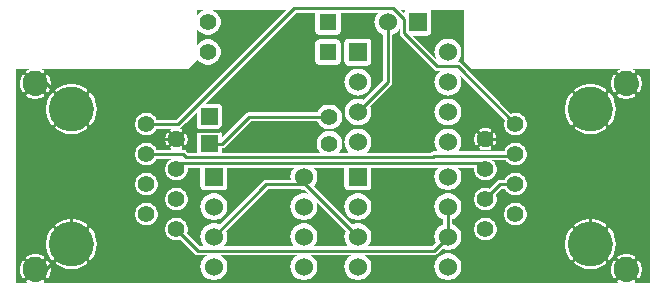
<source format=gbr>
G04 start of page 3 for group 1 idx 1 *
G04 Title: (unknown), bottom *
G04 Creator: pcb 1.99z *
G04 CreationDate: Tue Dec  8 20:24:13 2015 UTC *
G04 For: commonadmin *
G04 Format: Gerber/RS-274X *
G04 PCB-Dimensions (mil): 2380.00 955.00 *
G04 PCB-Coordinate-Origin: lower left *
%MOIN*%
%FSLAX25Y25*%
%LNBOTTOM*%
%ADD37C,0.0380*%
%ADD36C,0.0630*%
%ADD35C,0.1280*%
%ADD34C,0.0354*%
%ADD33C,0.0300*%
%ADD32C,0.0280*%
%ADD31C,0.0827*%
%ADD30C,0.1476*%
%ADD29C,0.0551*%
%ADD28C,0.0600*%
%ADD27C,0.0550*%
%ADD26C,0.0100*%
%ADD25C,0.0001*%
G54D25*G36*
X212046Y63133D02*X212197Y62572D01*
X212310Y61934D01*
X212367Y61289D01*
Y60641D01*
X212310Y59995D01*
X212197Y59357D01*
X212046Y58797D01*
Y63133D01*
G37*
G36*
Y18133D02*X212197Y17572D01*
X212310Y16934D01*
X212367Y16289D01*
Y15641D01*
X212310Y14995D01*
X212197Y14357D01*
X212046Y13797D01*
Y18133D01*
G37*
G36*
X221266Y74465D02*X224992D01*
Y2965D01*
X221266D01*
Y4657D01*
X221277Y4668D01*
X221323Y4731D01*
X221553Y5118D01*
X221744Y5526D01*
X221899Y5949D01*
X222016Y6383D01*
X222094Y6826D01*
X222134Y7275D01*
Y7725D01*
X222094Y8174D01*
X222016Y8617D01*
X221899Y9052D01*
X221744Y9474D01*
X221553Y9882D01*
X221327Y10271D01*
X221280Y10335D01*
X221266Y10349D01*
Y66665D01*
X221277Y66676D01*
X221323Y66739D01*
X221553Y67126D01*
X221744Y67534D01*
X221899Y67956D01*
X222016Y68391D01*
X222094Y68834D01*
X222134Y69283D01*
Y69733D01*
X222094Y70181D01*
X222016Y70625D01*
X221899Y71059D01*
X221744Y71482D01*
X221553Y71890D01*
X221327Y72279D01*
X221280Y72343D01*
X221266Y72357D01*
Y74465D01*
G37*
G36*
X216998Y73638D02*X217181D01*
X217542Y73606D01*
X217898Y73543D01*
X218248Y73449D01*
X218588Y73324D01*
X218916Y73171D01*
X219229Y72989D01*
X219298Y72951D01*
X219372Y72925D01*
X219450Y72911D01*
X219528Y72909D01*
X219606Y72920D01*
X219682Y72943D01*
X219753Y72977D01*
X219817Y73022D01*
X219874Y73077D01*
X219921Y73140D01*
X219958Y73209D01*
X219984Y73283D01*
X219998Y73361D01*
X220000Y73440D01*
X219989Y73518D01*
X219966Y73593D01*
X219932Y73664D01*
X219887Y73728D01*
X219832Y73785D01*
X219769Y73831D01*
X219382Y74061D01*
X218974Y74252D01*
X218551Y74407D01*
X218337Y74465D01*
X221266D01*
Y72357D01*
X221223Y72398D01*
X221158Y72443D01*
X221086Y72478D01*
X221011Y72501D01*
X220932Y72512D01*
X220853Y72510D01*
X220775Y72496D01*
X220700Y72470D01*
X220630Y72433D01*
X220566Y72385D01*
X220511Y72328D01*
X220466Y72262D01*
X220431Y72191D01*
X220408Y72115D01*
X220398Y72037D01*
X220399Y71957D01*
X220413Y71879D01*
X220439Y71804D01*
X220478Y71735D01*
X220663Y71424D01*
X220817Y71096D01*
X220941Y70756D01*
X221035Y70406D01*
X221098Y70050D01*
X221130Y69689D01*
Y69327D01*
X221098Y68966D01*
X221035Y68609D01*
X220941Y68260D01*
X220817Y67920D01*
X220663Y67592D01*
X220481Y67279D01*
X220443Y67210D01*
X220417Y67136D01*
X220403Y67058D01*
X220402Y66979D01*
X220412Y66901D01*
X220435Y66826D01*
X220470Y66755D01*
X220515Y66691D01*
X220569Y66634D01*
X220632Y66587D01*
X220701Y66549D01*
X220776Y66524D01*
X220853Y66510D01*
X220932Y66508D01*
X221010Y66519D01*
X221085Y66542D01*
X221156Y66576D01*
X221220Y66621D01*
X221266Y66665D01*
Y10349D01*
X221223Y10390D01*
X221158Y10435D01*
X221086Y10470D01*
X221011Y10493D01*
X220932Y10504D01*
X220853Y10502D01*
X220775Y10488D01*
X220700Y10462D01*
X220630Y10425D01*
X220566Y10377D01*
X220511Y10320D01*
X220466Y10255D01*
X220431Y10183D01*
X220408Y10107D01*
X220398Y10029D01*
X220399Y9949D01*
X220413Y9871D01*
X220439Y9796D01*
X220478Y9727D01*
X220663Y9416D01*
X220817Y9088D01*
X220941Y8748D01*
X221035Y8398D01*
X221098Y8042D01*
X221130Y7681D01*
Y7319D01*
X221098Y6958D01*
X221035Y6602D01*
X220941Y6252D01*
X220817Y5912D01*
X220663Y5584D01*
X220481Y5271D01*
X220443Y5202D01*
X220417Y5128D01*
X220403Y5050D01*
X220402Y4972D01*
X220412Y4894D01*
X220435Y4818D01*
X220470Y4747D01*
X220515Y4683D01*
X220569Y4626D01*
X220632Y4579D01*
X220701Y4542D01*
X220776Y4516D01*
X220853Y4502D01*
X220932Y4500D01*
X221010Y4511D01*
X221085Y4534D01*
X221156Y4568D01*
X221220Y4613D01*
X221266Y4657D01*
Y2965D01*
X219413D01*
X219771Y3173D01*
X219835Y3220D01*
X219890Y3277D01*
X219935Y3342D01*
X219970Y3414D01*
X219993Y3489D01*
X220004Y3568D01*
X220002Y3647D01*
X219988Y3725D01*
X219962Y3800D01*
X219925Y3870D01*
X219877Y3934D01*
X219820Y3989D01*
X219755Y4034D01*
X219683Y4069D01*
X219607Y4092D01*
X219529Y4102D01*
X219449Y4101D01*
X219371Y4087D01*
X219296Y4061D01*
X219227Y4022D01*
X218916Y3837D01*
X218588Y3683D01*
X218248Y3559D01*
X217898Y3465D01*
X217542Y3402D01*
X217181Y3370D01*
X216998D01*
Y11630D01*
X217181D01*
X217542Y11598D01*
X217898Y11535D01*
X218248Y11441D01*
X218588Y11317D01*
X218916Y11163D01*
X219229Y10981D01*
X219298Y10943D01*
X219372Y10917D01*
X219450Y10903D01*
X219528Y10902D01*
X219606Y10912D01*
X219682Y10935D01*
X219753Y10970D01*
X219817Y11015D01*
X219874Y11069D01*
X219921Y11132D01*
X219958Y11201D01*
X219984Y11276D01*
X219998Y11353D01*
X220000Y11432D01*
X219989Y11510D01*
X219966Y11585D01*
X219932Y11656D01*
X219887Y11720D01*
X219832Y11777D01*
X219769Y11823D01*
X219382Y12053D01*
X218974Y12244D01*
X218551Y12399D01*
X218117Y12516D01*
X217674Y12594D01*
X217225Y12634D01*
X216998D01*
Y64374D01*
X217225D01*
X217674Y64413D01*
X218117Y64492D01*
X218551Y64609D01*
X218974Y64763D01*
X219382Y64954D01*
X219771Y65180D01*
X219835Y65228D01*
X219890Y65285D01*
X219935Y65350D01*
X219970Y65421D01*
X219993Y65497D01*
X220004Y65576D01*
X220002Y65655D01*
X219988Y65733D01*
X219962Y65808D01*
X219925Y65878D01*
X219877Y65941D01*
X219820Y65996D01*
X219755Y66042D01*
X219683Y66076D01*
X219607Y66099D01*
X219529Y66110D01*
X219449Y66109D01*
X219371Y66095D01*
X219296Y66069D01*
X219227Y66030D01*
X218916Y65845D01*
X218588Y65691D01*
X218248Y65567D01*
X217898Y65473D01*
X217542Y65410D01*
X217181Y65378D01*
X216998D01*
Y73638D01*
G37*
G36*
X212046Y74465D02*X215663D01*
X215448Y74407D01*
X215026Y74252D01*
X214618Y74061D01*
X214229Y73835D01*
X214165Y73788D01*
X214110Y73731D01*
X214065Y73666D01*
X214030Y73594D01*
X214007Y73518D01*
X213996Y73440D01*
X213998Y73360D01*
X214012Y73282D01*
X214038Y73207D01*
X214075Y73138D01*
X214123Y73074D01*
X214180Y73019D01*
X214245Y72974D01*
X214317Y72939D01*
X214393Y72916D01*
X214471Y72905D01*
X214551Y72907D01*
X214629Y72921D01*
X214704Y72947D01*
X214773Y72986D01*
X215084Y73171D01*
X215412Y73324D01*
X215752Y73449D01*
X216102Y73543D01*
X216458Y73606D01*
X216819Y73638D01*
X216998D01*
Y65378D01*
X216819D01*
X216458Y65410D01*
X216102Y65473D01*
X215752Y65567D01*
X215412Y65691D01*
X215084Y65845D01*
X214771Y66027D01*
X214702Y66065D01*
X214628Y66091D01*
X214550Y66105D01*
X214472Y66106D01*
X214394Y66096D01*
X214318Y66073D01*
X214247Y66038D01*
X214183Y65993D01*
X214126Y65939D01*
X214079Y65876D01*
X214042Y65807D01*
X214016Y65732D01*
X214002Y65655D01*
X214000Y65576D01*
X214011Y65498D01*
X214034Y65423D01*
X214068Y65352D01*
X214113Y65288D01*
X214168Y65231D01*
X214231Y65185D01*
X214618Y64954D01*
X215026Y64763D01*
X215448Y64609D01*
X215883Y64492D01*
X216326Y64413D01*
X216775Y64374D01*
X216998D01*
Y12634D01*
X216775D01*
X216326Y12594D01*
X215883Y12516D01*
X215448Y12399D01*
X215026Y12244D01*
X214618Y12053D01*
X214229Y11827D01*
X214165Y11780D01*
X214110Y11723D01*
X214065Y11658D01*
X214030Y11586D01*
X214007Y11511D01*
X213996Y11432D01*
X213998Y11353D01*
X214012Y11275D01*
X214038Y11200D01*
X214075Y11130D01*
X214123Y11066D01*
X214180Y11011D01*
X214245Y10966D01*
X214317Y10931D01*
X214393Y10908D01*
X214471Y10898D01*
X214551Y10899D01*
X214629Y10913D01*
X214704Y10939D01*
X214773Y10978D01*
X215084Y11163D01*
X215412Y11317D01*
X215752Y11441D01*
X216102Y11535D01*
X216458Y11598D01*
X216819Y11630D01*
X216998D01*
Y3370D01*
X216819D01*
X216458Y3402D01*
X216102Y3465D01*
X215752Y3559D01*
X215412Y3683D01*
X215084Y3837D01*
X214771Y4019D01*
X214702Y4057D01*
X214628Y4083D01*
X214550Y4097D01*
X214472Y4098D01*
X214394Y4088D01*
X214318Y4065D01*
X214247Y4030D01*
X214183Y3985D01*
X214126Y3931D01*
X214079Y3868D01*
X214042Y3799D01*
X214016Y3724D01*
X214002Y3647D01*
X214000Y3568D01*
X214011Y3490D01*
X214034Y3415D01*
X214068Y3344D01*
X214113Y3280D01*
X214168Y3223D01*
X214231Y3177D01*
X214588Y2965D01*
X212046D01*
Y6154D01*
X212101Y5949D01*
X212256Y5526D01*
X212447Y5118D01*
X212673Y4729D01*
X212720Y4665D01*
X212777Y4610D01*
X212842Y4565D01*
X212914Y4530D01*
X212989Y4507D01*
X213068Y4496D01*
X213147Y4498D01*
X213225Y4512D01*
X213300Y4538D01*
X213370Y4575D01*
X213434Y4623D01*
X213489Y4680D01*
X213534Y4745D01*
X213569Y4817D01*
X213592Y4893D01*
X213602Y4971D01*
X213601Y5051D01*
X213587Y5129D01*
X213561Y5204D01*
X213522Y5273D01*
X213337Y5584D01*
X213183Y5912D01*
X213059Y6252D01*
X212965Y6602D01*
X212902Y6958D01*
X212870Y7319D01*
Y7681D01*
X212902Y8042D01*
X212965Y8398D01*
X213059Y8748D01*
X213183Y9088D01*
X213337Y9416D01*
X213519Y9729D01*
X213557Y9798D01*
X213583Y9872D01*
X213597Y9950D01*
X213598Y10028D01*
X213588Y10106D01*
X213565Y10182D01*
X213530Y10253D01*
X213485Y10317D01*
X213431Y10374D01*
X213368Y10421D01*
X213299Y10458D01*
X213224Y10484D01*
X213147Y10498D01*
X213068Y10500D01*
X212990Y10489D01*
X212915Y10466D01*
X212844Y10432D01*
X212780Y10387D01*
X212723Y10332D01*
X212677Y10269D01*
X212447Y9882D01*
X212256Y9474D01*
X212101Y9052D01*
X212046Y8846D01*
Y11423D01*
X212052Y11432D01*
X212423Y12069D01*
X212736Y12735D01*
X212989Y13427D01*
X213181Y14138D01*
X213309Y14863D01*
X213374Y15596D01*
Y16333D01*
X213309Y17066D01*
X213181Y17791D01*
X212989Y18503D01*
X212736Y19194D01*
X212423Y19861D01*
X212052Y20497D01*
X212046Y20507D01*
Y56423D01*
X212052Y56432D01*
X212423Y57069D01*
X212736Y57735D01*
X212989Y58427D01*
X213181Y59138D01*
X213309Y59863D01*
X213374Y60596D01*
Y61333D01*
X213309Y62066D01*
X213181Y62791D01*
X212989Y63503D01*
X212736Y64194D01*
X212423Y64861D01*
X212052Y65497D01*
X212046Y65507D01*
Y68162D01*
X212101Y67956D01*
X212256Y67534D01*
X212447Y67126D01*
X212673Y66737D01*
X212720Y66673D01*
X212777Y66618D01*
X212842Y66573D01*
X212914Y66538D01*
X212989Y66515D01*
X213068Y66504D01*
X213147Y66506D01*
X213225Y66520D01*
X213300Y66546D01*
X213370Y66583D01*
X213434Y66631D01*
X213489Y66688D01*
X213534Y66753D01*
X213569Y66825D01*
X213592Y66901D01*
X213602Y66979D01*
X213601Y67059D01*
X213587Y67137D01*
X213561Y67212D01*
X213522Y67281D01*
X213337Y67592D01*
X213183Y67920D01*
X213059Y68260D01*
X212965Y68609D01*
X212902Y68966D01*
X212870Y69327D01*
Y69689D01*
X212902Y70050D01*
X212965Y70406D01*
X213059Y70756D01*
X213183Y71096D01*
X213337Y71424D01*
X213519Y71737D01*
X213557Y71806D01*
X213583Y71880D01*
X213597Y71958D01*
X213598Y72036D01*
X213588Y72114D01*
X213565Y72190D01*
X213530Y72260D01*
X213485Y72325D01*
X213431Y72382D01*
X213368Y72429D01*
X213299Y72466D01*
X213224Y72492D01*
X213147Y72506D01*
X213068Y72508D01*
X212990Y72497D01*
X212915Y72474D01*
X212844Y72440D01*
X212780Y72395D01*
X212723Y72340D01*
X212677Y72277D01*
X212447Y71890D01*
X212256Y71482D01*
X212101Y71059D01*
X212046Y70854D01*
Y74465D01*
G37*
G36*
X204996D02*X212046D01*
Y70854D01*
X211984Y70625D01*
X211906Y70181D01*
X211866Y69733D01*
Y69283D01*
X211906Y68834D01*
X211984Y68391D01*
X212046Y68162D01*
Y65507D01*
X211628Y66099D01*
X211575Y66158D01*
X211512Y66208D01*
X211443Y66248D01*
X211368Y66276D01*
X211290Y66292D01*
X211211Y66296D01*
X211131Y66288D01*
X211054Y66267D01*
X210981Y66234D01*
X210915Y66190D01*
X210855Y66137D01*
X210806Y66074D01*
X210766Y66005D01*
X210738Y65930D01*
X210721Y65852D01*
X210717Y65773D01*
X210726Y65693D01*
X210747Y65616D01*
X210780Y65543D01*
X210825Y65478D01*
X211204Y64953D01*
X211530Y64392D01*
X211805Y63806D01*
X212028Y63198D01*
X212046Y63133D01*
Y58797D01*
X212028Y58732D01*
X211805Y58123D01*
X211530Y57537D01*
X211204Y56977D01*
X210830Y56447D01*
X210786Y56382D01*
X210754Y56311D01*
X210733Y56235D01*
X210725Y56156D01*
X210728Y56078D01*
X210744Y56001D01*
X210772Y55927D01*
X210811Y55859D01*
X210861Y55797D01*
X210919Y55745D01*
X210985Y55701D01*
X211057Y55669D01*
X211132Y55648D01*
X211211Y55640D01*
X211289Y55644D01*
X211366Y55660D01*
X211440Y55688D01*
X211508Y55727D01*
X211570Y55776D01*
X211621Y55835D01*
X212046Y56423D01*
Y20507D01*
X211628Y21099D01*
X211575Y21158D01*
X211512Y21208D01*
X211443Y21248D01*
X211368Y21276D01*
X211290Y21292D01*
X211211Y21296D01*
X211131Y21288D01*
X211054Y21267D01*
X210981Y21234D01*
X210915Y21190D01*
X210855Y21137D01*
X210806Y21074D01*
X210766Y21005D01*
X210738Y20930D01*
X210721Y20852D01*
X210717Y20773D01*
X210726Y20693D01*
X210747Y20616D01*
X210780Y20543D01*
X210825Y20478D01*
X211204Y19953D01*
X211530Y19392D01*
X211805Y18806D01*
X212028Y18198D01*
X212046Y18133D01*
Y13797D01*
X212028Y13732D01*
X211805Y13123D01*
X211530Y12537D01*
X211204Y11977D01*
X210830Y11447D01*
X210786Y11382D01*
X210754Y11311D01*
X210733Y11235D01*
X210725Y11156D01*
X210728Y11078D01*
X210744Y11001D01*
X210772Y10927D01*
X210811Y10859D01*
X210861Y10797D01*
X210919Y10745D01*
X210985Y10701D01*
X211057Y10669D01*
X211132Y10648D01*
X211211Y10640D01*
X211289Y10644D01*
X211366Y10660D01*
X211440Y10688D01*
X211508Y10727D01*
X211570Y10776D01*
X211621Y10835D01*
X212046Y11423D01*
Y8846D01*
X211984Y8617D01*
X211906Y8174D01*
X211866Y7725D01*
Y7275D01*
X211906Y6826D01*
X211984Y6383D01*
X212046Y6154D01*
Y2965D01*
X204996D01*
Y7583D01*
X205360D01*
X206094Y7647D01*
X206819Y7776D01*
X207530Y7968D01*
X208222Y8221D01*
X208888Y8534D01*
X209525Y8904D01*
X210126Y9329D01*
X210186Y9382D01*
X210236Y9444D01*
X210275Y9514D01*
X210304Y9588D01*
X210320Y9666D01*
X210324Y9746D01*
X210315Y9826D01*
X210294Y9903D01*
X210262Y9975D01*
X210218Y10042D01*
X210164Y10101D01*
X210102Y10151D01*
X210033Y10191D01*
X209958Y10219D01*
X209880Y10235D01*
X209800Y10239D01*
X209721Y10231D01*
X209644Y10210D01*
X209571Y10177D01*
X209505Y10132D01*
X208980Y9753D01*
X208420Y9427D01*
X207834Y9151D01*
X207225Y8929D01*
X206600Y8760D01*
X205962Y8647D01*
X205316Y8590D01*
X204996D01*
Y23339D01*
X205316D01*
X205962Y23283D01*
X206600Y23169D01*
X207225Y23001D01*
X207834Y22778D01*
X208420Y22502D01*
X208980Y22177D01*
X209509Y21803D01*
X209574Y21759D01*
X209646Y21726D01*
X209722Y21706D01*
X209800Y21697D01*
X209879Y21701D01*
X209956Y21717D01*
X210030Y21745D01*
X210098Y21784D01*
X210159Y21833D01*
X210212Y21891D01*
X210255Y21957D01*
X210288Y22029D01*
X210308Y22105D01*
X210317Y22183D01*
X210313Y22262D01*
X210297Y22339D01*
X210269Y22412D01*
X210230Y22481D01*
X210181Y22542D01*
X210121Y22594D01*
X209525Y23025D01*
X208888Y23395D01*
X208222Y23708D01*
X207530Y23961D01*
X206819Y24153D01*
X206094Y24282D01*
X205360Y24346D01*
X204996D01*
Y52583D01*
X205360D01*
X206094Y52647D01*
X206819Y52776D01*
X207530Y52968D01*
X208222Y53221D01*
X208888Y53534D01*
X209525Y53904D01*
X210126Y54329D01*
X210186Y54382D01*
X210236Y54444D01*
X210275Y54514D01*
X210304Y54588D01*
X210320Y54666D01*
X210324Y54746D01*
X210315Y54826D01*
X210294Y54903D01*
X210262Y54975D01*
X210218Y55042D01*
X210164Y55101D01*
X210102Y55151D01*
X210033Y55191D01*
X209958Y55219D01*
X209880Y55235D01*
X209800Y55239D01*
X209721Y55231D01*
X209644Y55210D01*
X209571Y55177D01*
X209505Y55132D01*
X208980Y54753D01*
X208420Y54427D01*
X207834Y54151D01*
X207225Y53929D01*
X206600Y53760D01*
X205962Y53647D01*
X205316Y53590D01*
X204996D01*
Y68339D01*
X205316D01*
X205962Y68283D01*
X206600Y68169D01*
X207225Y68001D01*
X207834Y67778D01*
X208420Y67502D01*
X208980Y67177D01*
X209509Y66803D01*
X209574Y66759D01*
X209646Y66726D01*
X209722Y66706D01*
X209800Y66697D01*
X209879Y66701D01*
X209956Y66717D01*
X210030Y66745D01*
X210098Y66784D01*
X210159Y66833D01*
X210212Y66891D01*
X210255Y66957D01*
X210288Y67029D01*
X210308Y67105D01*
X210317Y67183D01*
X210313Y67262D01*
X210297Y67339D01*
X210269Y67412D01*
X210230Y67481D01*
X210181Y67542D01*
X210121Y67594D01*
X209525Y68025D01*
X208888Y68395D01*
X208222Y68708D01*
X207530Y68961D01*
X206819Y69153D01*
X206094Y69282D01*
X205360Y69346D01*
X204996D01*
Y74465D01*
G37*
G36*
X197939D02*X204996D01*
Y69346D01*
X204624D01*
X203890Y69282D01*
X203165Y69153D01*
X202454Y68961D01*
X201763Y68708D01*
X201096Y68395D01*
X200460Y68025D01*
X199858Y67600D01*
X199798Y67547D01*
X199748Y67485D01*
X199709Y67415D01*
X199680Y67341D01*
X199664Y67263D01*
X199660Y67183D01*
X199669Y67104D01*
X199690Y67027D01*
X199723Y66954D01*
X199766Y66887D01*
X199820Y66828D01*
X199882Y66778D01*
X199952Y66738D01*
X200026Y66710D01*
X200104Y66694D01*
X200184Y66690D01*
X200264Y66699D01*
X200341Y66720D01*
X200413Y66752D01*
X200479Y66797D01*
X201004Y67177D01*
X201564Y67502D01*
X202151Y67778D01*
X202759Y68001D01*
X203385Y68169D01*
X204023Y68283D01*
X204668Y68339D01*
X204996D01*
Y53590D01*
X204668D01*
X204023Y53647D01*
X203385Y53760D01*
X202759Y53929D01*
X202151Y54151D01*
X201564Y54427D01*
X201004Y54753D01*
X200475Y55126D01*
X200410Y55171D01*
X200338Y55203D01*
X200262Y55224D01*
X200184Y55232D01*
X200105Y55228D01*
X200028Y55212D01*
X199955Y55184D01*
X199886Y55145D01*
X199825Y55096D01*
X199772Y55038D01*
X199729Y54972D01*
X199697Y54900D01*
X199676Y54824D01*
X199667Y54746D01*
X199671Y54667D01*
X199687Y54590D01*
X199715Y54517D01*
X199754Y54448D01*
X199804Y54387D01*
X199863Y54335D01*
X200460Y53904D01*
X201096Y53534D01*
X201763Y53221D01*
X202454Y52968D01*
X203165Y52776D01*
X203890Y52647D01*
X204624Y52583D01*
X204996D01*
Y24346D01*
X204624D01*
X203890Y24282D01*
X203165Y24153D01*
X202454Y23961D01*
X201763Y23708D01*
X201096Y23395D01*
X200460Y23025D01*
X199858Y22600D01*
X199798Y22547D01*
X199748Y22485D01*
X199709Y22415D01*
X199680Y22341D01*
X199664Y22263D01*
X199660Y22183D01*
X199669Y22104D01*
X199690Y22027D01*
X199723Y21954D01*
X199766Y21887D01*
X199820Y21828D01*
X199882Y21778D01*
X199952Y21738D01*
X200026Y21710D01*
X200104Y21694D01*
X200184Y21690D01*
X200264Y21699D01*
X200341Y21720D01*
X200413Y21752D01*
X200479Y21797D01*
X201004Y22177D01*
X201564Y22502D01*
X202151Y22778D01*
X202759Y23001D01*
X203385Y23169D01*
X204023Y23283D01*
X204668Y23339D01*
X204996D01*
Y8590D01*
X204668D01*
X204023Y8647D01*
X203385Y8760D01*
X202759Y8929D01*
X202151Y9151D01*
X201564Y9427D01*
X201004Y9753D01*
X200475Y10126D01*
X200410Y10171D01*
X200338Y10203D01*
X200262Y10224D01*
X200184Y10232D01*
X200105Y10228D01*
X200028Y10212D01*
X199955Y10184D01*
X199886Y10145D01*
X199825Y10096D01*
X199772Y10038D01*
X199729Y9972D01*
X199697Y9900D01*
X199676Y9824D01*
X199667Y9746D01*
X199671Y9667D01*
X199687Y9590D01*
X199715Y9517D01*
X199754Y9448D01*
X199804Y9387D01*
X199863Y9335D01*
X200460Y8904D01*
X201096Y8534D01*
X201763Y8221D01*
X202454Y7968D01*
X203165Y7776D01*
X203890Y7647D01*
X204624Y7583D01*
X204996D01*
Y2965D01*
X197939D01*
Y11423D01*
X198357Y10830D01*
X198410Y10771D01*
X198472Y10721D01*
X198541Y10681D01*
X198616Y10653D01*
X198694Y10637D01*
X198774Y10633D01*
X198853Y10641D01*
X198930Y10662D01*
X199003Y10695D01*
X199070Y10739D01*
X199129Y10793D01*
X199179Y10855D01*
X199218Y10924D01*
X199247Y10999D01*
X199263Y11077D01*
X199267Y11157D01*
X199258Y11236D01*
X199237Y11313D01*
X199204Y11386D01*
X199159Y11452D01*
X198780Y11977D01*
X198454Y12537D01*
X198179Y13123D01*
X197956Y13732D01*
X197939Y13797D01*
Y18133D01*
X197956Y18198D01*
X198179Y18806D01*
X198454Y19392D01*
X198780Y19953D01*
X199154Y20482D01*
X199198Y20547D01*
X199230Y20619D01*
X199251Y20695D01*
X199260Y20773D01*
X199256Y20851D01*
X199240Y20928D01*
X199212Y21002D01*
X199173Y21070D01*
X199124Y21132D01*
X199065Y21185D01*
X198999Y21228D01*
X198928Y21260D01*
X198852Y21281D01*
X198774Y21289D01*
X198695Y21285D01*
X198618Y21269D01*
X198544Y21241D01*
X198476Y21202D01*
X198415Y21153D01*
X198363Y21094D01*
X197939Y20506D01*
Y56423D01*
X198357Y55830D01*
X198410Y55771D01*
X198472Y55721D01*
X198541Y55681D01*
X198616Y55653D01*
X198694Y55637D01*
X198774Y55633D01*
X198853Y55641D01*
X198930Y55662D01*
X199003Y55695D01*
X199070Y55739D01*
X199129Y55793D01*
X199179Y55855D01*
X199218Y55924D01*
X199247Y55999D01*
X199263Y56077D01*
X199267Y56157D01*
X199258Y56236D01*
X199237Y56313D01*
X199204Y56386D01*
X199159Y56452D01*
X198780Y56977D01*
X198454Y57537D01*
X198179Y58123D01*
X197956Y58732D01*
X197939Y58797D01*
Y63133D01*
X197956Y63198D01*
X198179Y63806D01*
X198454Y64392D01*
X198780Y64953D01*
X199154Y65482D01*
X199198Y65547D01*
X199230Y65619D01*
X199251Y65695D01*
X199260Y65773D01*
X199256Y65851D01*
X199240Y65928D01*
X199212Y66002D01*
X199173Y66070D01*
X199124Y66132D01*
X199065Y66185D01*
X198999Y66228D01*
X198928Y66260D01*
X198852Y66281D01*
X198774Y66289D01*
X198695Y66285D01*
X198618Y66269D01*
X198544Y66241D01*
X198476Y66202D01*
X198415Y66153D01*
X198363Y66094D01*
X197939Y65506D01*
Y74465D01*
G37*
G36*
Y58797D02*X197787Y59357D01*
X197674Y59995D01*
X197617Y60641D01*
Y61289D01*
X197674Y61934D01*
X197787Y62572D01*
X197939Y63133D01*
Y58797D01*
G37*
G36*
Y13797D02*X197787Y14357D01*
X197674Y14995D01*
X197617Y15641D01*
Y16289D01*
X197674Y16934D01*
X197787Y17572D01*
X197939Y18133D01*
Y13797D01*
G37*
G36*
X179986Y52198D02*X179992Y52197D01*
X180581Y52243D01*
X181156Y52381D01*
X181703Y52608D01*
X182207Y52917D01*
X182656Y53301D01*
X183040Y53750D01*
X183349Y54254D01*
X183575Y54800D01*
X183713Y55375D01*
X183748Y55965D01*
X183713Y56554D01*
X183575Y57129D01*
X183349Y57675D01*
X183040Y58179D01*
X182656Y58629D01*
X182207Y59013D01*
X181703Y59321D01*
X181156Y59548D01*
X180581Y59686D01*
X179992Y59732D01*
X179986Y59732D01*
Y74465D01*
X197939D01*
Y65506D01*
X197932Y65497D01*
X197562Y64861D01*
X197249Y64194D01*
X196995Y63503D01*
X196803Y62791D01*
X196675Y62066D01*
X196610Y61333D01*
Y60596D01*
X196675Y59863D01*
X196803Y59138D01*
X196995Y58427D01*
X197249Y57735D01*
X197562Y57069D01*
X197932Y56432D01*
X197939Y56423D01*
Y20506D01*
X197932Y20497D01*
X197562Y19861D01*
X197249Y19194D01*
X196995Y18503D01*
X196803Y17791D01*
X196675Y17066D01*
X196610Y16333D01*
Y15596D01*
X196675Y14863D01*
X196803Y14138D01*
X196995Y13427D01*
X197249Y12735D01*
X197562Y12069D01*
X197932Y11432D01*
X197939Y11423D01*
Y2965D01*
X179986D01*
Y22198D01*
X179992Y22197D01*
X180581Y22243D01*
X181156Y22381D01*
X181703Y22608D01*
X182207Y22917D01*
X182656Y23301D01*
X183040Y23750D01*
X183349Y24254D01*
X183575Y24800D01*
X183713Y25375D01*
X183748Y25965D01*
X183713Y26554D01*
X183575Y27129D01*
X183349Y27675D01*
X183040Y28179D01*
X182656Y28629D01*
X182207Y29013D01*
X181703Y29321D01*
X181156Y29548D01*
X180581Y29686D01*
X179992Y29732D01*
X179986Y29732D01*
Y32198D01*
X179992Y32197D01*
X180581Y32243D01*
X181156Y32381D01*
X181703Y32608D01*
X182207Y32917D01*
X182656Y33301D01*
X183040Y33750D01*
X183349Y34254D01*
X183575Y34800D01*
X183713Y35375D01*
X183748Y35965D01*
X183713Y36554D01*
X183575Y37129D01*
X183349Y37675D01*
X183040Y38179D01*
X182656Y38629D01*
X182207Y39013D01*
X181703Y39321D01*
X181156Y39548D01*
X180581Y39686D01*
X179992Y39732D01*
X179986Y39732D01*
Y42198D01*
X179992Y42197D01*
X180581Y42243D01*
X181156Y42381D01*
X181703Y42608D01*
X182207Y42917D01*
X182656Y43301D01*
X183040Y43750D01*
X183349Y44254D01*
X183575Y44800D01*
X183713Y45375D01*
X183748Y45965D01*
X183713Y46554D01*
X183575Y47129D01*
X183349Y47675D01*
X183040Y48179D01*
X182656Y48629D01*
X182207Y49013D01*
X181703Y49321D01*
X181156Y49548D01*
X180581Y49686D01*
X179992Y49732D01*
X179986Y49732D01*
Y52198D01*
G37*
G36*
Y39732D02*X179403Y39686D01*
X178828Y39548D01*
X178282Y39321D01*
X177778Y39013D01*
X177328Y38629D01*
X176944Y38179D01*
X176635Y37675D01*
X176548Y37465D01*
X175051D01*
X174992Y37469D01*
X174986Y37469D01*
Y43964D01*
X176813D01*
X176944Y43750D01*
X177328Y43301D01*
X177778Y42917D01*
X178282Y42608D01*
X178828Y42381D01*
X179403Y42243D01*
X179986Y42198D01*
Y39732D01*
G37*
G36*
Y2965D02*X174986D01*
Y33837D01*
X175613Y34465D01*
X176548D01*
X176635Y34254D01*
X176944Y33750D01*
X177328Y33301D01*
X177778Y32917D01*
X178282Y32608D01*
X178828Y32381D01*
X179403Y32243D01*
X179986Y32198D01*
Y29732D01*
X179403Y29686D01*
X178828Y29548D01*
X178282Y29321D01*
X177778Y29013D01*
X177328Y28629D01*
X176944Y28179D01*
X176635Y27675D01*
X176409Y27129D01*
X176271Y26554D01*
X176225Y25965D01*
X176271Y25375D01*
X176409Y24800D01*
X176635Y24254D01*
X176944Y23750D01*
X177328Y23301D01*
X177778Y22917D01*
X178282Y22608D01*
X178828Y22381D01*
X179403Y22243D01*
X179986Y22198D01*
Y2965D01*
G37*
G36*
Y59732D02*X179403Y59686D01*
X178828Y59548D01*
X178617Y59460D01*
X174986Y63092D01*
Y74465D01*
X179986D01*
Y59732D01*
G37*
G36*
X174986Y58849D02*X176496Y57339D01*
X176409Y57129D01*
X176271Y56554D01*
X176225Y55965D01*
X176271Y55375D01*
X176409Y54800D01*
X176635Y54254D01*
X176944Y53750D01*
X177328Y53301D01*
X177778Y52917D01*
X178282Y52608D01*
X178828Y52381D01*
X179403Y52243D01*
X179986Y52198D01*
Y49732D01*
X179403Y49686D01*
X178828Y49548D01*
X178282Y49321D01*
X177778Y49013D01*
X177328Y48629D01*
X176944Y48179D01*
X176635Y47675D01*
X176409Y47129D01*
X176370Y46964D01*
X174986D01*
Y58849D01*
G37*
G36*
X169986Y37198D02*X169992Y37197D01*
X170581Y37243D01*
X171156Y37381D01*
X171703Y37608D01*
X172207Y37917D01*
X172656Y38301D01*
X173040Y38750D01*
X173349Y39254D01*
X173575Y39800D01*
X173713Y40375D01*
X173748Y40965D01*
X173713Y41554D01*
X173575Y42129D01*
X173349Y42675D01*
X173040Y43179D01*
X172656Y43629D01*
X172263Y43964D01*
X174986D01*
Y37469D01*
X174757Y37451D01*
X174527Y37396D01*
X174309Y37305D01*
X174108Y37182D01*
X174108Y37182D01*
X173928Y37028D01*
X173890Y36984D01*
X171367Y34461D01*
X171156Y34548D01*
X170581Y34686D01*
X169992Y34732D01*
X169986Y34732D01*
Y37198D01*
G37*
G36*
X174986Y2965D02*X169986D01*
Y17198D01*
X169992Y17197D01*
X170581Y17243D01*
X171156Y17381D01*
X171703Y17608D01*
X172207Y17917D01*
X172656Y18301D01*
X173040Y18750D01*
X173349Y19254D01*
X173575Y19800D01*
X173713Y20375D01*
X173748Y20965D01*
X173713Y21554D01*
X173575Y22129D01*
X173349Y22675D01*
X173040Y23179D01*
X172656Y23629D01*
X172207Y24013D01*
X171703Y24321D01*
X171156Y24548D01*
X170581Y24686D01*
X169992Y24732D01*
X169986Y24732D01*
Y27198D01*
X169992Y27197D01*
X170581Y27243D01*
X171156Y27381D01*
X171703Y27608D01*
X172207Y27917D01*
X172656Y28301D01*
X173040Y28750D01*
X173349Y29254D01*
X173575Y29800D01*
X173713Y30375D01*
X173748Y30965D01*
X173713Y31554D01*
X173575Y32129D01*
X173488Y32339D01*
X174986Y33837D01*
Y2965D01*
G37*
G36*
X169986D02*X157485D01*
Y3951D01*
X157492Y3951D01*
X158198Y4006D01*
X158887Y4172D01*
X159541Y4443D01*
X160145Y4813D01*
X160684Y5273D01*
X161144Y5811D01*
X161514Y6415D01*
X161785Y7070D01*
X161950Y7758D01*
X161992Y8465D01*
X161950Y9171D01*
X161785Y9859D01*
X161514Y10514D01*
X161144Y11118D01*
X160684Y11656D01*
X160145Y12116D01*
X159541Y12486D01*
X158887Y12758D01*
X158198Y12923D01*
X157492Y12978D01*
X157485Y12978D01*
Y13951D01*
X157492Y13951D01*
X158198Y14006D01*
X158887Y14172D01*
X159541Y14443D01*
X160145Y14813D01*
X160684Y15273D01*
X161144Y15811D01*
X161514Y16415D01*
X161785Y17070D01*
X161950Y17758D01*
X161992Y18465D01*
X161950Y19171D01*
X161785Y19859D01*
X161514Y20514D01*
X161144Y21118D01*
X160684Y21656D01*
X160145Y22116D01*
X159541Y22486D01*
X158992Y22714D01*
Y24215D01*
X159541Y24443D01*
X160145Y24813D01*
X160684Y25273D01*
X161144Y25811D01*
X161514Y26415D01*
X161785Y27070D01*
X161950Y27758D01*
X161992Y28465D01*
X161950Y29171D01*
X161785Y29859D01*
X161514Y30514D01*
X161144Y31118D01*
X160684Y31656D01*
X160145Y32116D01*
X159541Y32486D01*
X158887Y32758D01*
X158198Y32923D01*
X157492Y32978D01*
X157485Y32978D01*
Y33951D01*
X157492Y33951D01*
X158198Y34006D01*
X158887Y34172D01*
X159541Y34443D01*
X160145Y34813D01*
X160684Y35273D01*
X161144Y35811D01*
X161514Y36415D01*
X161785Y37070D01*
X161950Y37758D01*
X161992Y38465D01*
X161950Y39171D01*
X161785Y39859D01*
X161514Y40514D01*
X161144Y41118D01*
X160847Y41465D01*
X166264D01*
X166225Y40965D01*
X166271Y40375D01*
X166409Y39800D01*
X166635Y39254D01*
X166944Y38750D01*
X167328Y38301D01*
X167778Y37917D01*
X168282Y37608D01*
X168828Y37381D01*
X169403Y37243D01*
X169986Y37198D01*
Y34732D01*
X169403Y34686D01*
X168828Y34548D01*
X168282Y34321D01*
X167778Y34013D01*
X167328Y33629D01*
X166944Y33179D01*
X166635Y32675D01*
X166409Y32129D01*
X166271Y31554D01*
X166225Y30965D01*
X166271Y30375D01*
X166409Y29800D01*
X166635Y29254D01*
X166944Y28750D01*
X167328Y28301D01*
X167778Y27917D01*
X168282Y27608D01*
X168828Y27381D01*
X169403Y27243D01*
X169986Y27198D01*
Y24732D01*
X169403Y24686D01*
X168828Y24548D01*
X168282Y24321D01*
X167778Y24013D01*
X167328Y23629D01*
X166944Y23179D01*
X166635Y22675D01*
X166409Y22129D01*
X166271Y21554D01*
X166225Y20965D01*
X166271Y20375D01*
X166409Y19800D01*
X166635Y19254D01*
X166944Y18750D01*
X167328Y18301D01*
X167778Y17917D01*
X168282Y17608D01*
X168828Y17381D01*
X169403Y17243D01*
X169986Y17198D01*
Y2965D01*
G37*
G36*
X157485Y32978D02*X156786Y32923D01*
X156097Y32758D01*
X155443Y32486D01*
X154839Y32116D01*
X154300Y31656D01*
X153840Y31118D01*
X153470Y30514D01*
X153199Y29859D01*
X153034Y29171D01*
X152978Y28465D01*
X153034Y27758D01*
X153199Y27070D01*
X153470Y26415D01*
X153840Y25811D01*
X154300Y25273D01*
X154839Y24813D01*
X155443Y24443D01*
X155992Y24215D01*
Y22714D01*
X155443Y22486D01*
X154839Y22116D01*
X154300Y21656D01*
X153840Y21118D01*
X153470Y20514D01*
X153199Y19859D01*
X153034Y19171D01*
X152978Y18465D01*
X153034Y17758D01*
X153199Y17070D01*
X153427Y16520D01*
X152183Y15277D01*
X130688D01*
X131144Y15811D01*
X131514Y16415D01*
X131785Y17070D01*
X131950Y17758D01*
X131992Y18465D01*
X131950Y19171D01*
X131785Y19859D01*
X131514Y20514D01*
X131144Y21118D01*
X130684Y21656D01*
X130145Y22116D01*
X129541Y22486D01*
X128887Y22758D01*
X128198Y22923D01*
X127492Y22978D01*
X127485Y22978D01*
Y23951D01*
X127492Y23951D01*
X128198Y24006D01*
X128887Y24172D01*
X129541Y24443D01*
X130145Y24813D01*
X130684Y25273D01*
X131144Y25811D01*
X131514Y26415D01*
X131785Y27070D01*
X131950Y27758D01*
X131992Y28465D01*
X131950Y29171D01*
X131785Y29859D01*
X131514Y30514D01*
X131144Y31118D01*
X130684Y31656D01*
X130145Y32116D01*
X129541Y32486D01*
X128887Y32758D01*
X128198Y32923D01*
X127492Y32978D01*
X127485Y32978D01*
Y33971D01*
X130728Y33978D01*
X130957Y34034D01*
X131175Y34124D01*
X131377Y34247D01*
X131556Y34401D01*
X131709Y34580D01*
X131833Y34781D01*
X131923Y35000D01*
X131978Y35229D01*
X131992Y35465D01*
X131979Y41465D01*
X154137D01*
X153840Y41118D01*
X153470Y40514D01*
X153199Y39859D01*
X153034Y39171D01*
X152978Y38465D01*
X153034Y37758D01*
X153199Y37070D01*
X153470Y36415D01*
X153840Y35811D01*
X154300Y35273D01*
X154839Y34813D01*
X155443Y34443D01*
X156097Y34172D01*
X156786Y34006D01*
X157485Y33951D01*
Y32978D01*
G37*
G36*
Y2965D02*X127485D01*
Y3951D01*
X127492Y3951D01*
X128198Y4006D01*
X128887Y4172D01*
X129541Y4443D01*
X130145Y4813D01*
X130684Y5273D01*
X131144Y5811D01*
X131514Y6415D01*
X131785Y7070D01*
X131950Y7758D01*
X131992Y8465D01*
X131950Y9171D01*
X131785Y9859D01*
X131514Y10514D01*
X131144Y11118D01*
X130684Y11656D01*
X130145Y12116D01*
X129883Y12277D01*
X152746D01*
X152805Y12273D01*
X153040Y12291D01*
X153040Y12291D01*
X153270Y12346D01*
X153488Y12437D01*
X153689Y12560D01*
X153869Y12713D01*
X153907Y12758D01*
X155548Y14399D01*
X156097Y14172D01*
X156786Y14006D01*
X157485Y13951D01*
Y12978D01*
X156786Y12923D01*
X156097Y12758D01*
X155443Y12486D01*
X154839Y12116D01*
X154300Y11656D01*
X153840Y11118D01*
X153470Y10514D01*
X153199Y9859D01*
X153034Y9171D01*
X152978Y8465D01*
X153034Y7758D01*
X153199Y7070D01*
X153470Y6415D01*
X153840Y5811D01*
X154300Y5273D01*
X154839Y4813D01*
X155443Y4443D01*
X156097Y4172D01*
X156786Y4006D01*
X157485Y3951D01*
Y2965D01*
G37*
G36*
X127485Y22978D02*X126786Y22923D01*
X126097Y22758D01*
X125548Y22530D01*
X118486Y29592D01*
Y41465D01*
X122992D01*
X122992Y41465D01*
X123006Y35229D01*
X123061Y35000D01*
X123151Y34781D01*
X123275Y34580D01*
X123428Y34401D01*
X123608Y34247D01*
X123809Y34124D01*
X124027Y34034D01*
X124257Y33978D01*
X124492Y33965D01*
X127485Y33971D01*
Y32978D01*
X126786Y32923D01*
X126097Y32758D01*
X125443Y32486D01*
X124839Y32116D01*
X124300Y31656D01*
X123840Y31118D01*
X123470Y30514D01*
X123199Y29859D01*
X123034Y29171D01*
X122978Y28465D01*
X123034Y27758D01*
X123199Y27070D01*
X123470Y26415D01*
X123840Y25811D01*
X124300Y25273D01*
X124839Y24813D01*
X125443Y24443D01*
X126097Y24172D01*
X126786Y24006D01*
X127485Y23951D01*
Y22978D01*
G37*
G36*
Y2965D02*X118486D01*
Y12277D01*
X125101D01*
X124839Y12116D01*
X124300Y11656D01*
X123840Y11118D01*
X123470Y10514D01*
X123199Y9859D01*
X123034Y9171D01*
X122978Y8465D01*
X123034Y7758D01*
X123199Y7070D01*
X123470Y6415D01*
X123840Y5811D01*
X124300Y5273D01*
X124839Y4813D01*
X125443Y4443D01*
X126097Y4172D01*
X126786Y4006D01*
X127485Y3951D01*
Y2965D01*
G37*
G36*
X174986Y63092D02*X161812Y76266D01*
X161774Y76310D01*
X161594Y76464D01*
X161594Y76464D01*
X161393Y76587D01*
X161175Y76677D01*
X160945Y76733D01*
X160710Y76751D01*
X160653Y76747D01*
X160684Y76773D01*
X161144Y77311D01*
X161514Y77915D01*
X161785Y78570D01*
X161950Y79258D01*
X161992Y79965D01*
X161950Y80671D01*
X161785Y81359D01*
X161514Y82014D01*
X161144Y82618D01*
X160684Y83156D01*
X160145Y83616D01*
X159541Y83986D01*
X158887Y84258D01*
X158198Y84423D01*
X157492Y84478D01*
X156786Y84423D01*
X156097Y84258D01*
X155443Y83986D01*
X154839Y83616D01*
X154300Y83156D01*
X153840Y82618D01*
X153470Y82014D01*
X153199Y81359D01*
X153034Y80671D01*
X152978Y79965D01*
X153034Y79258D01*
X153199Y78570D01*
X153470Y77915D01*
X153649Y77624D01*
X145805Y85467D01*
X150728Y85478D01*
X150957Y85534D01*
X151175Y85624D01*
X151377Y85747D01*
X151556Y85901D01*
X151709Y86080D01*
X151833Y86281D01*
X151923Y86500D01*
X151978Y86729D01*
X151992Y86965D01*
X151978Y93200D01*
X151923Y93430D01*
X151833Y93648D01*
X151709Y93849D01*
X151611Y93965D01*
X162992D01*
Y76965D01*
X165492Y74465D01*
X174986D01*
Y63092D01*
G37*
G36*
X127492Y93015D02*X134180D01*
X133840Y92618D01*
X133470Y92014D01*
X133199Y91359D01*
X133034Y90671D01*
X132978Y89965D01*
X133034Y89258D01*
X133199Y88570D01*
X133470Y87915D01*
X133840Y87311D01*
X134300Y86773D01*
X134839Y86313D01*
X135443Y85943D01*
X135992Y85715D01*
Y70586D01*
X129436Y64030D01*
X128887Y64258D01*
X128198Y64423D01*
X127492Y64478D01*
Y65451D01*
X128198Y65506D01*
X128887Y65672D01*
X129541Y65943D01*
X130145Y66313D01*
X130684Y66773D01*
X131144Y67311D01*
X131514Y67915D01*
X131785Y68570D01*
X131950Y69258D01*
X131992Y69965D01*
X131950Y70671D01*
X131785Y71359D01*
X131514Y72014D01*
X131144Y72618D01*
X130684Y73156D01*
X130145Y73616D01*
X129541Y73986D01*
X128887Y74258D01*
X128198Y74423D01*
X127492Y74478D01*
Y75471D01*
X130728Y75478D01*
X130957Y75534D01*
X131175Y75624D01*
X131377Y75747D01*
X131556Y75901D01*
X131709Y76080D01*
X131833Y76281D01*
X131923Y76500D01*
X131978Y76729D01*
X131992Y76965D01*
X131978Y83200D01*
X131923Y83430D01*
X131833Y83648D01*
X131709Y83849D01*
X131556Y84028D01*
X131377Y84182D01*
X131175Y84305D01*
X130957Y84396D01*
X130728Y84451D01*
X130492Y84465D01*
X127492Y84458D01*
Y93015D01*
G37*
G36*
X173065Y60770D02*X174986Y58849D01*
Y46964D01*
X173065D01*
Y49001D01*
X173107Y49018D01*
X173175Y49058D01*
X173235Y49109D01*
X173286Y49168D01*
X173327Y49236D01*
X173480Y49561D01*
X173599Y49900D01*
X173684Y50250D01*
X173735Y50605D01*
X173752Y50965D01*
X173735Y51324D01*
X173684Y51680D01*
X173599Y52029D01*
X173480Y52368D01*
X173330Y52695D01*
X173289Y52763D01*
X173237Y52822D01*
X173176Y52873D01*
X173109Y52914D01*
X173065Y52932D01*
Y60770D01*
G37*
G36*
X169994Y63842D02*X173065Y60770D01*
Y52932D01*
X173035Y52944D01*
X172958Y52962D01*
X172879Y52968D01*
X172800Y52961D01*
X172723Y52942D01*
X172650Y52911D01*
X172583Y52869D01*
X172523Y52817D01*
X172472Y52757D01*
X172431Y52689D01*
X172402Y52616D01*
X172384Y52539D01*
X172378Y52460D01*
X172385Y52381D01*
X172404Y52304D01*
X172436Y52231D01*
X172549Y51993D01*
X172635Y51745D01*
X172698Y51489D01*
X172735Y51228D01*
X172748Y50965D01*
X172735Y50701D01*
X172698Y50441D01*
X172635Y50185D01*
X172549Y49936D01*
X172439Y49696D01*
X172407Y49624D01*
X172388Y49548D01*
X172381Y49470D01*
X172387Y49391D01*
X172405Y49314D01*
X172434Y49242D01*
X172475Y49174D01*
X172526Y49114D01*
X172585Y49062D01*
X172652Y49021D01*
X172724Y48990D01*
X172801Y48971D01*
X172879Y48965D01*
X172958Y48970D01*
X173034Y48988D01*
X173065Y49001D01*
Y46964D01*
X169994D01*
Y47204D01*
X170351Y47222D01*
X170707Y47273D01*
X171056Y47358D01*
X171396Y47476D01*
X171723Y47626D01*
X171790Y47668D01*
X171850Y47720D01*
X171901Y47780D01*
X171942Y47848D01*
X171972Y47921D01*
X171990Y47999D01*
X171995Y48078D01*
X171989Y48156D01*
X171970Y48233D01*
X171939Y48306D01*
X171897Y48374D01*
X171845Y48433D01*
X171784Y48484D01*
X171717Y48525D01*
X171643Y48555D01*
X171566Y48573D01*
X171487Y48579D01*
X171408Y48572D01*
X171331Y48553D01*
X171259Y48521D01*
X171021Y48408D01*
X170772Y48321D01*
X170516Y48259D01*
X170255Y48221D01*
X169994Y48209D01*
Y53720D01*
X170255Y53708D01*
X170516Y53670D01*
X170772Y53608D01*
X171021Y53521D01*
X171260Y53411D01*
X171332Y53379D01*
X171409Y53360D01*
X171487Y53354D01*
X171566Y53359D01*
X171642Y53377D01*
X171715Y53407D01*
X171783Y53447D01*
X171843Y53498D01*
X171894Y53558D01*
X171936Y53624D01*
X171967Y53697D01*
X171985Y53773D01*
X171992Y53852D01*
X171987Y53930D01*
X171969Y54007D01*
X171939Y54080D01*
X171898Y54147D01*
X171848Y54207D01*
X171788Y54259D01*
X171721Y54299D01*
X171396Y54453D01*
X171056Y54571D01*
X170707Y54656D01*
X170351Y54708D01*
X169994Y54725D01*
Y63842D01*
G37*
G36*
X166919Y66916D02*X169994Y63842D01*
Y54725D01*
X169992Y54725D01*
X169633Y54708D01*
X169277Y54656D01*
X168928Y54571D01*
X168588Y54453D01*
X168262Y54303D01*
X168194Y54261D01*
X168134Y54210D01*
X168083Y54149D01*
X168042Y54081D01*
X168013Y54008D01*
X167995Y53931D01*
X167989Y53852D01*
X167996Y53773D01*
X168015Y53696D01*
X168046Y53623D01*
X168087Y53556D01*
X168139Y53496D01*
X168200Y53445D01*
X168268Y53404D01*
X168341Y53374D01*
X168418Y53356D01*
X168497Y53350D01*
X168576Y53357D01*
X168653Y53376D01*
X168725Y53408D01*
X168963Y53521D01*
X169212Y53608D01*
X169468Y53670D01*
X169729Y53708D01*
X169992Y53720D01*
X169994Y53720D01*
Y48209D01*
X169992Y48209D01*
X169729Y48221D01*
X169468Y48259D01*
X169212Y48321D01*
X168963Y48408D01*
X168724Y48518D01*
X168652Y48550D01*
X168576Y48569D01*
X168497Y48576D01*
X168419Y48570D01*
X168342Y48552D01*
X168269Y48522D01*
X168202Y48482D01*
X168141Y48431D01*
X168090Y48372D01*
X168048Y48305D01*
X168018Y48232D01*
X167999Y48156D01*
X167992Y48078D01*
X167998Y47999D01*
X168016Y47922D01*
X168045Y47849D01*
X168086Y47782D01*
X168137Y47722D01*
X168196Y47670D01*
X168264Y47630D01*
X168588Y47476D01*
X168928Y47358D01*
X169277Y47273D01*
X169633Y47222D01*
X169992Y47204D01*
X169994Y47204D01*
Y46964D01*
X166919D01*
Y48997D01*
X166949Y48985D01*
X167026Y48967D01*
X167105Y48961D01*
X167184Y48968D01*
X167261Y48987D01*
X167334Y49018D01*
X167401Y49060D01*
X167461Y49112D01*
X167512Y49172D01*
X167553Y49240D01*
X167583Y49313D01*
X167601Y49391D01*
X167606Y49470D01*
X167599Y49549D01*
X167580Y49625D01*
X167548Y49698D01*
X167435Y49936D01*
X167349Y50185D01*
X167286Y50441D01*
X167249Y50701D01*
X167236Y50965D01*
X167249Y51228D01*
X167286Y51489D01*
X167349Y51745D01*
X167435Y51993D01*
X167545Y52233D01*
X167577Y52305D01*
X167596Y52381D01*
X167603Y52460D01*
X167597Y52538D01*
X167580Y52615D01*
X167550Y52688D01*
X167509Y52755D01*
X167459Y52815D01*
X167399Y52867D01*
X167332Y52908D01*
X167260Y52939D01*
X167183Y52958D01*
X167105Y52965D01*
X167027Y52959D01*
X166950Y52941D01*
X166919Y52929D01*
Y66916D01*
G37*
G36*
X157485Y65451D02*X157492Y65451D01*
X158198Y65506D01*
X158887Y65672D01*
X159541Y65943D01*
X160145Y66313D01*
X160684Y66773D01*
X161144Y67311D01*
X161514Y67915D01*
X161785Y68570D01*
X161950Y69258D01*
X161992Y69965D01*
X161950Y70671D01*
X161785Y71359D01*
X161514Y72014D01*
X161144Y72618D01*
X160714Y73121D01*
X166919Y66916D01*
Y52929D01*
X166877Y52912D01*
X166810Y52871D01*
X166749Y52820D01*
X166698Y52761D01*
X166658Y52693D01*
X166504Y52368D01*
X166386Y52029D01*
X166301Y51680D01*
X166249Y51324D01*
X166232Y50965D01*
X166249Y50605D01*
X166301Y50250D01*
X166386Y49900D01*
X166504Y49561D01*
X166654Y49234D01*
X166695Y49167D01*
X166747Y49107D01*
X166808Y49056D01*
X166876Y49015D01*
X166919Y48997D01*
Y46964D01*
X160847D01*
X161144Y47311D01*
X161514Y47915D01*
X161785Y48570D01*
X161950Y49258D01*
X161992Y49965D01*
X161950Y50671D01*
X161785Y51359D01*
X161514Y52014D01*
X161144Y52618D01*
X160684Y53156D01*
X160145Y53616D01*
X159541Y53986D01*
X158887Y54258D01*
X158198Y54423D01*
X157492Y54478D01*
X157485Y54478D01*
Y55451D01*
X157492Y55451D01*
X158198Y55506D01*
X158887Y55672D01*
X159541Y55943D01*
X160145Y56313D01*
X160684Y56773D01*
X161144Y57311D01*
X161514Y57915D01*
X161785Y58570D01*
X161950Y59258D01*
X161992Y59965D01*
X161950Y60671D01*
X161785Y61359D01*
X161514Y62014D01*
X161144Y62618D01*
X160684Y63156D01*
X160145Y63616D01*
X159541Y63986D01*
X158887Y64258D01*
X158198Y64423D01*
X157492Y64478D01*
X157485Y64478D01*
Y65451D01*
G37*
G36*
X131558Y61909D02*X138511Y68862D01*
X138556Y68901D01*
X138709Y69080D01*
X138709Y69080D01*
X138833Y69281D01*
X138923Y69500D01*
X138978Y69729D01*
X138997Y69965D01*
X138992Y70023D01*
Y85715D01*
X139541Y85943D01*
X140145Y86313D01*
X140684Y86773D01*
X141144Y87311D01*
X141491Y87878D01*
Y86219D01*
X141487Y86160D01*
X141505Y85925D01*
X141560Y85695D01*
X141651Y85477D01*
X141774Y85276D01*
X141927Y85096D01*
X141972Y85058D01*
X152803Y74227D01*
X152841Y74183D01*
X153021Y74029D01*
X153021Y74029D01*
X153222Y73906D01*
X153440Y73815D01*
X153670Y73760D01*
X153905Y73742D01*
X153964Y73746D01*
X155051D01*
X154839Y73616D01*
X154300Y73156D01*
X153840Y72618D01*
X153470Y72014D01*
X153199Y71359D01*
X153034Y70671D01*
X152978Y69965D01*
X153034Y69258D01*
X153199Y68570D01*
X153470Y67915D01*
X153840Y67311D01*
X154300Y66773D01*
X154839Y66313D01*
X155443Y65943D01*
X156097Y65672D01*
X156786Y65506D01*
X157485Y65451D01*
Y64478D01*
X156786Y64423D01*
X156097Y64258D01*
X155443Y63986D01*
X154839Y63616D01*
X154300Y63156D01*
X153840Y62618D01*
X153470Y62014D01*
X153199Y61359D01*
X153034Y60671D01*
X152978Y59965D01*
X153034Y59258D01*
X153199Y58570D01*
X153470Y57915D01*
X153840Y57311D01*
X154300Y56773D01*
X154839Y56313D01*
X155443Y55943D01*
X156097Y55672D01*
X156786Y55506D01*
X157485Y55451D01*
Y54478D01*
X156786Y54423D01*
X156097Y54258D01*
X155443Y53986D01*
X154839Y53616D01*
X154300Y53156D01*
X153840Y52618D01*
X153470Y52014D01*
X153199Y51359D01*
X153034Y50671D01*
X152978Y49965D01*
X153034Y49258D01*
X153199Y48570D01*
X153470Y47915D01*
X153840Y47311D01*
X154137Y46964D01*
X153050D01*
X152992Y46969D01*
X152756Y46950D01*
X152527Y46895D01*
X152309Y46805D01*
X152107Y46681D01*
X152107Y46681D01*
X151928Y46528D01*
X151890Y46483D01*
X151875Y46469D01*
X130328D01*
X130684Y46773D01*
X131144Y47311D01*
X131514Y47915D01*
X131785Y48570D01*
X131950Y49258D01*
X131992Y49965D01*
X131950Y50671D01*
X131785Y51359D01*
X131514Y52014D01*
X131144Y52618D01*
X130684Y53156D01*
X130145Y53616D01*
X129541Y53986D01*
X128887Y54258D01*
X128198Y54423D01*
X127492Y54478D01*
Y55451D01*
X128198Y55506D01*
X128887Y55672D01*
X129541Y55943D01*
X130145Y56313D01*
X130684Y56773D01*
X131144Y57311D01*
X131514Y57915D01*
X131785Y58570D01*
X131950Y59258D01*
X131992Y59965D01*
X131950Y60671D01*
X131785Y61359D01*
X131558Y61909D01*
G37*
G36*
X127492Y54478D02*X126786Y54423D01*
X126097Y54258D01*
X125443Y53986D01*
X124839Y53616D01*
X124300Y53156D01*
X123840Y52618D01*
X123470Y52014D01*
X123199Y51359D01*
X123034Y50671D01*
X122978Y49965D01*
X123034Y49258D01*
X123199Y48570D01*
X123470Y47915D01*
X123840Y47311D01*
X124300Y46773D01*
X124656Y46469D01*
X121023D01*
X121441Y46959D01*
X121791Y47529D01*
X122047Y48147D01*
X122203Y48798D01*
X122242Y49465D01*
X122203Y50131D01*
X122047Y50782D01*
X121791Y51400D01*
X121441Y51970D01*
X121007Y52479D01*
X120498Y52913D01*
X119928Y53263D01*
X119310Y53519D01*
X118659Y53675D01*
X118486Y53689D01*
Y54240D01*
X118659Y54254D01*
X119310Y54410D01*
X119928Y54666D01*
X120498Y55016D01*
X121007Y55450D01*
X121441Y55959D01*
X121791Y56529D01*
X122047Y57147D01*
X122203Y57798D01*
X122242Y58465D01*
X122203Y59131D01*
X122047Y59782D01*
X121791Y60400D01*
X121441Y60970D01*
X121007Y61479D01*
X120498Y61913D01*
X119928Y62263D01*
X119310Y62519D01*
X118659Y62675D01*
X118486Y62689D01*
Y75724D01*
X120478Y75728D01*
X120707Y75784D01*
X120925Y75874D01*
X121127Y75997D01*
X121306Y76151D01*
X121459Y76330D01*
X121583Y76531D01*
X121673Y76750D01*
X121728Y76979D01*
X121742Y77215D01*
X121728Y82950D01*
X121673Y83180D01*
X121583Y83398D01*
X121459Y83599D01*
X121306Y83778D01*
X121127Y83932D01*
X120925Y84055D01*
X120707Y84146D01*
X120478Y84201D01*
X120242Y84215D01*
X118486Y84210D01*
Y85724D01*
X120478Y85728D01*
X120707Y85784D01*
X120925Y85874D01*
X121127Y85997D01*
X121306Y86151D01*
X121459Y86330D01*
X121583Y86531D01*
X121673Y86750D01*
X121728Y86979D01*
X121742Y87215D01*
X121728Y92950D01*
X121713Y93015D01*
X127492D01*
Y84458D01*
X124257Y84451D01*
X124027Y84396D01*
X123809Y84305D01*
X123608Y84182D01*
X123428Y84028D01*
X123275Y83849D01*
X123151Y83648D01*
X123061Y83430D01*
X123006Y83200D01*
X122992Y82965D01*
X123006Y76729D01*
X123061Y76500D01*
X123151Y76281D01*
X123275Y76080D01*
X123428Y75901D01*
X123608Y75747D01*
X123809Y75624D01*
X124027Y75534D01*
X124257Y75478D01*
X124492Y75465D01*
X127492Y75471D01*
Y74478D01*
X126786Y74423D01*
X126097Y74258D01*
X125443Y73986D01*
X124839Y73616D01*
X124300Y73156D01*
X123840Y72618D01*
X123470Y72014D01*
X123199Y71359D01*
X123034Y70671D01*
X122978Y69965D01*
X123034Y69258D01*
X123199Y68570D01*
X123470Y67915D01*
X123840Y67311D01*
X124300Y66773D01*
X124839Y66313D01*
X125443Y65943D01*
X126097Y65672D01*
X126786Y65506D01*
X127492Y65451D01*
Y64478D01*
X126786Y64423D01*
X126097Y64258D01*
X125443Y63986D01*
X124839Y63616D01*
X124300Y63156D01*
X123840Y62618D01*
X123470Y62014D01*
X123199Y61359D01*
X123034Y60671D01*
X122978Y59965D01*
X123034Y59258D01*
X123199Y58570D01*
X123470Y57915D01*
X123840Y57311D01*
X124300Y56773D01*
X124839Y56313D01*
X125443Y55943D01*
X126097Y55672D01*
X126786Y55506D01*
X127492Y55451D01*
Y54478D01*
G37*
G36*
X118486Y29592D02*X112740Y35338D01*
X113144Y35811D01*
X113514Y36415D01*
X113785Y37070D01*
X113950Y37758D01*
X113992Y38465D01*
X113950Y39171D01*
X113785Y39859D01*
X113514Y40514D01*
X113144Y41118D01*
X112847Y41465D01*
X118486D01*
Y29592D01*
G37*
G36*
X82239Y47960D02*X82243Y47960D01*
X82477Y47978D01*
X82478Y47978D01*
X82707Y48034D01*
X82926Y48124D01*
X83127Y48247D01*
X83306Y48401D01*
X83345Y48446D01*
X91864Y56965D01*
X114013D01*
X114194Y56529D01*
X114543Y55959D01*
X114978Y55450D01*
X115486Y55016D01*
X116057Y54666D01*
X116675Y54410D01*
X117325Y54254D01*
X117992Y54201D01*
X118486Y54240D01*
Y53689D01*
X117992Y53728D01*
X117325Y53675D01*
X116675Y53519D01*
X116057Y53263D01*
X115486Y52913D01*
X114978Y52479D01*
X114543Y51970D01*
X114194Y51400D01*
X113938Y50782D01*
X113782Y50131D01*
X113729Y49465D01*
X113782Y48798D01*
X113938Y48147D01*
X114194Y47529D01*
X114543Y46959D01*
X114962Y46469D01*
X82226D01*
X82228Y46479D01*
X82242Y46715D01*
X82239Y47960D01*
G37*
G36*
X79485Y33971D02*X82728Y33978D01*
X82957Y34034D01*
X83175Y34124D01*
X83377Y34247D01*
X83556Y34401D01*
X83709Y34580D01*
X83833Y34781D01*
X83923Y35000D01*
X83978Y35229D01*
X83992Y35465D01*
X83979Y41465D01*
X106137D01*
X105840Y41118D01*
X105470Y40514D01*
X105199Y39859D01*
X105034Y39171D01*
X104978Y38465D01*
X105034Y37758D01*
X105110Y37440D01*
X97026D01*
X96967Y37444D01*
X96732Y37426D01*
X96502Y37371D01*
X96284Y37280D01*
X96083Y37157D01*
X96083Y37157D01*
X95903Y37004D01*
X95865Y36959D01*
X81436Y22530D01*
X80887Y22758D01*
X80198Y22923D01*
X79492Y22978D01*
X79485Y22978D01*
Y23951D01*
X79492Y23951D01*
X80198Y24006D01*
X80887Y24172D01*
X81541Y24443D01*
X82145Y24813D01*
X82684Y25273D01*
X83144Y25811D01*
X83514Y26415D01*
X83785Y27070D01*
X83950Y27758D01*
X83992Y28465D01*
X83950Y29171D01*
X83785Y29859D01*
X83514Y30514D01*
X83144Y31118D01*
X82684Y31656D01*
X82145Y32116D01*
X81541Y32486D01*
X80887Y32758D01*
X80198Y32923D01*
X79492Y32978D01*
X79485Y32978D01*
Y33971D01*
G37*
G36*
Y54225D02*X80978Y54228D01*
X81207Y54284D01*
X81425Y54374D01*
X81627Y54497D01*
X81806Y54651D01*
X81959Y54830D01*
X82083Y55031D01*
X82173Y55250D01*
X82228Y55479D01*
X82242Y55715D01*
X82228Y61450D01*
X82173Y61680D01*
X82083Y61898D01*
X81959Y62099D01*
X81806Y62278D01*
X81627Y62432D01*
X81425Y62555D01*
X81207Y62646D01*
X80978Y62701D01*
X80742Y62715D01*
X79485Y62712D01*
Y65752D01*
X106748Y93015D01*
X113272D01*
X113256Y92950D01*
X113242Y92715D01*
X113256Y86979D01*
X113311Y86750D01*
X113401Y86531D01*
X113525Y86330D01*
X113678Y86151D01*
X113858Y85997D01*
X114059Y85874D01*
X114277Y85784D01*
X114507Y85728D01*
X114742Y85715D01*
X118486Y85724D01*
Y84210D01*
X114507Y84201D01*
X114277Y84146D01*
X114059Y84055D01*
X113858Y83932D01*
X113678Y83778D01*
X113525Y83599D01*
X113401Y83398D01*
X113311Y83180D01*
X113256Y82950D01*
X113242Y82715D01*
X113256Y76979D01*
X113311Y76750D01*
X113401Y76531D01*
X113525Y76330D01*
X113678Y76151D01*
X113858Y75997D01*
X114059Y75874D01*
X114277Y75784D01*
X114507Y75728D01*
X114742Y75715D01*
X118486Y75724D01*
Y62689D01*
X117992Y62728D01*
X117325Y62675D01*
X116675Y62519D01*
X116057Y62263D01*
X115486Y61913D01*
X114978Y61479D01*
X114543Y60970D01*
X114194Y60400D01*
X114013Y59965D01*
X91301D01*
X91243Y59969D01*
X91007Y59951D01*
X90778Y59896D01*
X90559Y59805D01*
X90358Y59682D01*
X90358Y59682D01*
X90179Y59528D01*
X90140Y59484D01*
X82230Y51574D01*
X82228Y52450D01*
X82173Y52680D01*
X82083Y52898D01*
X81959Y53099D01*
X81806Y53278D01*
X81627Y53432D01*
X81425Y53555D01*
X81207Y53646D01*
X80978Y53701D01*
X80742Y53715D01*
X79485Y53712D01*
Y54225D01*
G37*
G36*
Y76201D02*X79998Y76516D01*
X80507Y76950D01*
X80941Y77459D01*
X81291Y78029D01*
X81547Y78647D01*
X81703Y79298D01*
X81742Y79965D01*
X81703Y80631D01*
X81547Y81282D01*
X81291Y81900D01*
X80941Y82470D01*
X80507Y82979D01*
X79998Y83413D01*
X79485Y83728D01*
Y86201D01*
X79998Y86516D01*
X80507Y86950D01*
X80941Y87459D01*
X81291Y88029D01*
X81547Y88647D01*
X81703Y89298D01*
X81742Y89965D01*
X81703Y90631D01*
X81547Y91282D01*
X81291Y91900D01*
X80941Y92470D01*
X80507Y92979D01*
X79998Y93413D01*
X79485Y93728D01*
Y93965D01*
X103455D01*
X79485Y69994D01*
Y76201D01*
G37*
G36*
X118486Y2965D02*X79485D01*
Y3951D01*
X79492Y3951D01*
X80198Y4006D01*
X80887Y4172D01*
X81541Y4443D01*
X82145Y4813D01*
X82684Y5273D01*
X83144Y5811D01*
X83514Y6415D01*
X83785Y7070D01*
X83950Y7758D01*
X83992Y8465D01*
X83950Y9171D01*
X83785Y9859D01*
X83514Y10514D01*
X83144Y11118D01*
X82684Y11656D01*
X82145Y12116D01*
X81883Y12277D01*
X107101D01*
X106839Y12116D01*
X106300Y11656D01*
X105840Y11118D01*
X105470Y10514D01*
X105199Y9859D01*
X105034Y9171D01*
X104978Y8465D01*
X105034Y7758D01*
X105199Y7070D01*
X105470Y6415D01*
X105840Y5811D01*
X106300Y5273D01*
X106839Y4813D01*
X107443Y4443D01*
X108097Y4172D01*
X108786Y4006D01*
X109492Y3951D01*
X110198Y4006D01*
X110887Y4172D01*
X111541Y4443D01*
X112145Y4813D01*
X112684Y5273D01*
X113144Y5811D01*
X113514Y6415D01*
X113785Y7070D01*
X113950Y7758D01*
X113992Y8465D01*
X113950Y9171D01*
X113785Y9859D01*
X113514Y10514D01*
X113144Y11118D01*
X112684Y11656D01*
X112145Y12116D01*
X111883Y12277D01*
X118486D01*
Y2965D01*
G37*
G36*
X79485Y62712D02*X76438Y62704D01*
X79485Y65752D01*
Y62712D01*
G37*
G36*
Y93728D02*X79428Y93763D01*
X78941Y93965D01*
X79485D01*
Y93728D01*
G37*
G36*
Y83728D02*X79428Y83763D01*
X78810Y84019D01*
X78159Y84175D01*
X77492Y84228D01*
X76825Y84175D01*
X76175Y84019D01*
X75557Y83763D01*
X74986Y83413D01*
X74478Y82979D01*
X74043Y82470D01*
X73992Y82387D01*
Y87542D01*
X74043Y87459D01*
X74478Y86950D01*
X74986Y86516D01*
X75557Y86166D01*
X76175Y85910D01*
X76825Y85754D01*
X77492Y85701D01*
X78159Y85754D01*
X78810Y85910D01*
X79428Y86166D01*
X79485Y86201D01*
Y83728D01*
G37*
G36*
X70065Y38791D02*X70349Y39254D01*
X70575Y39800D01*
X70713Y40375D01*
X70748Y40965D01*
X70718Y41465D01*
X74992D01*
X74992Y41465D01*
X75006Y35229D01*
X75061Y35000D01*
X75151Y34781D01*
X75275Y34580D01*
X75428Y34401D01*
X75608Y34247D01*
X75809Y34124D01*
X76027Y34034D01*
X76257Y33978D01*
X76492Y33965D01*
X79485Y33971D01*
Y32978D01*
X78786Y32923D01*
X78097Y32758D01*
X77443Y32486D01*
X76839Y32116D01*
X76300Y31656D01*
X75840Y31118D01*
X75470Y30514D01*
X75199Y29859D01*
X75034Y29171D01*
X74978Y28465D01*
X75034Y27758D01*
X75199Y27070D01*
X75470Y26415D01*
X75840Y25811D01*
X76300Y25273D01*
X76839Y24813D01*
X77443Y24443D01*
X78097Y24172D01*
X78786Y24006D01*
X79485Y23951D01*
Y22978D01*
X78786Y22923D01*
X78097Y22758D01*
X77443Y22486D01*
X76839Y22116D01*
X76300Y21656D01*
X75840Y21118D01*
X75470Y20514D01*
X75199Y19859D01*
X75034Y19171D01*
X74978Y18465D01*
X75034Y17758D01*
X75199Y17070D01*
X75470Y16415D01*
X75840Y15811D01*
X76297Y15277D01*
X74801D01*
X70488Y19590D01*
X70575Y19800D01*
X70713Y20375D01*
X70748Y20965D01*
X70713Y21554D01*
X70575Y22129D01*
X70349Y22675D01*
X70065Y23138D01*
Y28791D01*
X70349Y29254D01*
X70575Y29800D01*
X70713Y30375D01*
X70748Y30965D01*
X70713Y31554D01*
X70575Y32129D01*
X70349Y32675D01*
X70065Y33138D01*
Y38791D01*
G37*
G36*
Y56332D02*X73745Y60012D01*
X73756Y55479D01*
X73811Y55250D01*
X73901Y55031D01*
X74025Y54830D01*
X74178Y54651D01*
X74358Y54497D01*
X74559Y54374D01*
X74777Y54284D01*
X75007Y54228D01*
X75242Y54215D01*
X79485Y54225D01*
Y53712D01*
X75007Y53701D01*
X74777Y53646D01*
X74559Y53555D01*
X74358Y53432D01*
X74178Y53278D01*
X74025Y53099D01*
X73901Y52898D01*
X73811Y52680D01*
X73756Y52450D01*
X73742Y52215D01*
X73756Y46479D01*
X73758Y46469D01*
X70780D01*
X70265Y46984D01*
X70227Y47028D01*
X70065Y47167D01*
Y49001D01*
X70107Y49018D01*
X70175Y49058D01*
X70235Y49109D01*
X70286Y49168D01*
X70327Y49236D01*
X70480Y49561D01*
X70599Y49900D01*
X70684Y50250D01*
X70735Y50605D01*
X70752Y50965D01*
X70735Y51324D01*
X70684Y51680D01*
X70599Y52029D01*
X70480Y52368D01*
X70330Y52695D01*
X70289Y52763D01*
X70237Y52822D01*
X70176Y52873D01*
X70109Y52914D01*
X70065Y52932D01*
Y56332D01*
G37*
G36*
Y74465D02*X70992D01*
X73992Y77465D01*
Y77542D01*
X74043Y77459D01*
X74478Y76950D01*
X74986Y76516D01*
X75557Y76166D01*
X76175Y75910D01*
X76825Y75754D01*
X77492Y75701D01*
X78159Y75754D01*
X78810Y75910D01*
X79428Y76166D01*
X79485Y76201D01*
Y69994D01*
X70065Y60574D01*
Y74465D01*
G37*
G36*
X79485Y2965D02*X70065D01*
Y15770D01*
X73077Y12758D01*
X73116Y12713D01*
X73295Y12560D01*
X73496Y12437D01*
X73715Y12346D01*
X73944Y12291D01*
X74180Y12273D01*
X74238Y12277D01*
X77101D01*
X76839Y12116D01*
X76300Y11656D01*
X75840Y11118D01*
X75470Y10514D01*
X75199Y9859D01*
X75034Y9171D01*
X74978Y8465D01*
X75034Y7758D01*
X75199Y7070D01*
X75470Y6415D01*
X75840Y5811D01*
X76300Y5273D01*
X76839Y4813D01*
X77443Y4443D01*
X78097Y4172D01*
X78786Y4006D01*
X79485Y3951D01*
Y2965D01*
G37*
G36*
X63919Y28791D02*X63944Y28750D01*
X64328Y28301D01*
X64778Y27917D01*
X65282Y27608D01*
X65828Y27381D01*
X66403Y27243D01*
X66992Y27197D01*
X67581Y27243D01*
X68156Y27381D01*
X68703Y27608D01*
X69207Y27917D01*
X69656Y28301D01*
X70040Y28750D01*
X70065Y28791D01*
Y23138D01*
X70040Y23179D01*
X69656Y23629D01*
X69207Y24013D01*
X68703Y24321D01*
X68156Y24548D01*
X67581Y24686D01*
X66992Y24732D01*
X66403Y24686D01*
X65828Y24548D01*
X65282Y24321D01*
X64778Y24013D01*
X64328Y23629D01*
X63944Y23179D01*
X63919Y23138D01*
Y28791D01*
G37*
G36*
Y38791D02*X63944Y38750D01*
X64328Y38301D01*
X64778Y37917D01*
X65282Y37608D01*
X65828Y37381D01*
X66403Y37243D01*
X66992Y37197D01*
X67581Y37243D01*
X68156Y37381D01*
X68703Y37608D01*
X69207Y37917D01*
X69656Y38301D01*
X70040Y38750D01*
X70065Y38791D01*
Y33138D01*
X70040Y33179D01*
X69656Y33629D01*
X69207Y34013D01*
X68703Y34321D01*
X68156Y34548D01*
X67581Y34686D01*
X66992Y34732D01*
X66403Y34686D01*
X65828Y34548D01*
X65282Y34321D01*
X64778Y34013D01*
X64328Y33629D01*
X63944Y33179D01*
X63919Y33138D01*
Y38791D01*
G37*
G36*
Y44465D02*X65627D01*
X65282Y44321D01*
X64778Y44013D01*
X64328Y43629D01*
X63944Y43179D01*
X63919Y43138D01*
Y44465D01*
G37*
G36*
Y54465D02*X65622D01*
X65588Y54453D01*
X65262Y54303D01*
X65194Y54261D01*
X65134Y54210D01*
X65083Y54149D01*
X65042Y54081D01*
X65013Y54008D01*
X64995Y53931D01*
X64989Y53852D01*
X64996Y53773D01*
X65015Y53696D01*
X65046Y53623D01*
X65087Y53556D01*
X65139Y53496D01*
X65200Y53445D01*
X65268Y53404D01*
X65341Y53374D01*
X65418Y53356D01*
X65497Y53350D01*
X65576Y53357D01*
X65653Y53376D01*
X65725Y53408D01*
X65963Y53521D01*
X66212Y53608D01*
X66468Y53670D01*
X66729Y53708D01*
X66992Y53720D01*
X67255Y53708D01*
X67516Y53670D01*
X67772Y53608D01*
X68021Y53521D01*
X68260Y53411D01*
X68332Y53379D01*
X68409Y53360D01*
X68487Y53354D01*
X68566Y53359D01*
X68642Y53377D01*
X68715Y53407D01*
X68783Y53447D01*
X68843Y53498D01*
X68894Y53558D01*
X68936Y53624D01*
X68967Y53697D01*
X68985Y53773D01*
X68992Y53852D01*
X68987Y53930D01*
X68969Y54007D01*
X68939Y54080D01*
X68898Y54147D01*
X68848Y54207D01*
X68788Y54259D01*
X68721Y54299D01*
X68396Y54453D01*
X68098Y54557D01*
X68260Y54624D01*
X68461Y54747D01*
X68641Y54901D01*
X68679Y54946D01*
X70065Y56332D01*
Y52932D01*
X70035Y52944D01*
X69958Y52962D01*
X69879Y52968D01*
X69800Y52961D01*
X69723Y52942D01*
X69650Y52911D01*
X69583Y52869D01*
X69523Y52817D01*
X69472Y52757D01*
X69431Y52689D01*
X69402Y52616D01*
X69384Y52539D01*
X69378Y52460D01*
X69385Y52381D01*
X69404Y52304D01*
X69436Y52231D01*
X69549Y51993D01*
X69635Y51745D01*
X69698Y51489D01*
X69735Y51228D01*
X69748Y50965D01*
X69735Y50701D01*
X69698Y50441D01*
X69635Y50185D01*
X69549Y49936D01*
X69439Y49696D01*
X69407Y49624D01*
X69388Y49548D01*
X69381Y49470D01*
X69387Y49391D01*
X69405Y49314D01*
X69434Y49242D01*
X69475Y49174D01*
X69526Y49114D01*
X69585Y49062D01*
X69652Y49021D01*
X69724Y48990D01*
X69801Y48971D01*
X69879Y48965D01*
X69958Y48970D01*
X70034Y48988D01*
X70065Y49001D01*
Y47167D01*
X70047Y47182D01*
X69846Y47305D01*
X69628Y47396D01*
X69398Y47451D01*
X69398Y47451D01*
X69163Y47469D01*
X69104Y47465D01*
X68362D01*
X68396Y47476D01*
X68723Y47626D01*
X68790Y47668D01*
X68850Y47720D01*
X68901Y47780D01*
X68942Y47848D01*
X68972Y47921D01*
X68990Y47999D01*
X68995Y48078D01*
X68989Y48156D01*
X68970Y48233D01*
X68939Y48306D01*
X68897Y48374D01*
X68845Y48433D01*
X68784Y48484D01*
X68717Y48525D01*
X68643Y48555D01*
X68566Y48573D01*
X68487Y48579D01*
X68408Y48572D01*
X68331Y48553D01*
X68259Y48521D01*
X68021Y48408D01*
X67772Y48321D01*
X67516Y48259D01*
X67255Y48221D01*
X66992Y48209D01*
X66729Y48221D01*
X66468Y48259D01*
X66212Y48321D01*
X65963Y48408D01*
X65724Y48518D01*
X65652Y48550D01*
X65576Y48569D01*
X65497Y48576D01*
X65419Y48570D01*
X65342Y48552D01*
X65269Y48522D01*
X65202Y48482D01*
X65141Y48431D01*
X65090Y48372D01*
X65048Y48305D01*
X65018Y48232D01*
X64999Y48156D01*
X64992Y48078D01*
X64998Y47999D01*
X65016Y47922D01*
X65045Y47849D01*
X65086Y47782D01*
X65137Y47722D01*
X65196Y47670D01*
X65264Y47630D01*
X65588Y47476D01*
X65622Y47465D01*
X63919D01*
Y48997D01*
X63949Y48985D01*
X64026Y48967D01*
X64105Y48961D01*
X64184Y48968D01*
X64261Y48987D01*
X64334Y49018D01*
X64401Y49060D01*
X64461Y49112D01*
X64512Y49172D01*
X64553Y49240D01*
X64583Y49313D01*
X64601Y49391D01*
X64606Y49470D01*
X64599Y49549D01*
X64580Y49625D01*
X64548Y49698D01*
X64435Y49936D01*
X64349Y50185D01*
X64286Y50441D01*
X64249Y50701D01*
X64236Y50965D01*
X64249Y51228D01*
X64286Y51489D01*
X64349Y51745D01*
X64435Y51993D01*
X64545Y52233D01*
X64577Y52305D01*
X64596Y52381D01*
X64603Y52460D01*
X64597Y52538D01*
X64580Y52615D01*
X64550Y52688D01*
X64509Y52755D01*
X64459Y52815D01*
X64399Y52867D01*
X64332Y52908D01*
X64260Y52939D01*
X64183Y52958D01*
X64105Y52965D01*
X64027Y52959D01*
X63950Y52941D01*
X63919Y52929D01*
Y54465D01*
G37*
G36*
Y74465D02*X70065D01*
Y60574D01*
X66955Y57465D01*
X63919D01*
Y74465D01*
G37*
G36*
X70065Y2965D02*X63919D01*
Y18791D01*
X63944Y18750D01*
X64328Y18301D01*
X64778Y17917D01*
X65282Y17608D01*
X65828Y17381D01*
X66403Y17243D01*
X66992Y17197D01*
X67581Y17243D01*
X68156Y17381D01*
X68367Y17469D01*
X70065Y15770D01*
Y2965D01*
G37*
G36*
X56986Y52198D02*X56992Y52197D01*
X57581Y52243D01*
X58156Y52381D01*
X58703Y52608D01*
X59207Y52917D01*
X59656Y53301D01*
X60040Y53750D01*
X60349Y54254D01*
X60436Y54465D01*
X63919D01*
Y52929D01*
X63877Y52912D01*
X63810Y52871D01*
X63749Y52820D01*
X63698Y52761D01*
X63658Y52693D01*
X63504Y52368D01*
X63386Y52029D01*
X63301Y51680D01*
X63249Y51324D01*
X63232Y50965D01*
X63249Y50605D01*
X63301Y50250D01*
X63386Y49900D01*
X63504Y49561D01*
X63654Y49234D01*
X63695Y49167D01*
X63747Y49107D01*
X63808Y49056D01*
X63876Y49015D01*
X63919Y48997D01*
Y47465D01*
X60436D01*
X60349Y47675D01*
X60040Y48179D01*
X59656Y48629D01*
X59207Y49013D01*
X58703Y49321D01*
X58156Y49548D01*
X57581Y49686D01*
X56992Y49732D01*
X56986Y49732D01*
Y52198D01*
G37*
G36*
Y74465D02*X63919D01*
Y57465D01*
X60436D01*
X60349Y57675D01*
X60040Y58179D01*
X59656Y58629D01*
X59207Y59013D01*
X58703Y59321D01*
X58156Y59548D01*
X57581Y59686D01*
X56992Y59732D01*
X56986Y59732D01*
Y74465D01*
G37*
G36*
X63919Y2965D02*X56986D01*
Y22198D01*
X56992Y22197D01*
X57581Y22243D01*
X58156Y22381D01*
X58703Y22608D01*
X59207Y22917D01*
X59656Y23301D01*
X60040Y23750D01*
X60349Y24254D01*
X60575Y24800D01*
X60713Y25375D01*
X60748Y25965D01*
X60713Y26554D01*
X60575Y27129D01*
X60349Y27675D01*
X60040Y28179D01*
X59656Y28629D01*
X59207Y29013D01*
X58703Y29321D01*
X58156Y29548D01*
X57581Y29686D01*
X56992Y29732D01*
X56986Y29732D01*
Y32198D01*
X56992Y32197D01*
X57581Y32243D01*
X58156Y32381D01*
X58703Y32608D01*
X59207Y32917D01*
X59656Y33301D01*
X60040Y33750D01*
X60349Y34254D01*
X60575Y34800D01*
X60713Y35375D01*
X60748Y35965D01*
X60713Y36554D01*
X60575Y37129D01*
X60349Y37675D01*
X60040Y38179D01*
X59656Y38629D01*
X59207Y39013D01*
X58703Y39321D01*
X58156Y39548D01*
X57581Y39686D01*
X56992Y39732D01*
X56986Y39732D01*
Y42198D01*
X56992Y42197D01*
X57581Y42243D01*
X58156Y42381D01*
X58703Y42608D01*
X59207Y42917D01*
X59656Y43301D01*
X60040Y43750D01*
X60349Y44254D01*
X60436Y44465D01*
X63919D01*
Y43138D01*
X63635Y42675D01*
X63409Y42129D01*
X63271Y41554D01*
X63225Y40965D01*
X63271Y40375D01*
X63409Y39800D01*
X63635Y39254D01*
X63919Y38791D01*
Y33138D01*
X63635Y32675D01*
X63409Y32129D01*
X63271Y31554D01*
X63225Y30965D01*
X63271Y30375D01*
X63409Y29800D01*
X63635Y29254D01*
X63919Y28791D01*
Y23138D01*
X63635Y22675D01*
X63409Y22129D01*
X63271Y21554D01*
X63225Y20965D01*
X63271Y20375D01*
X63409Y19800D01*
X63635Y19254D01*
X63919Y18791D01*
Y2965D01*
G37*
G36*
X39046Y18133D02*X39197Y17572D01*
X39310Y16934D01*
X39367Y16289D01*
Y15641D01*
X39310Y14995D01*
X39197Y14357D01*
X39046Y13797D01*
Y18133D01*
G37*
G36*
Y63133D02*X39197Y62572D01*
X39310Y61934D01*
X39367Y61289D01*
Y60641D01*
X39310Y59995D01*
X39197Y59357D01*
X39046Y58797D01*
Y63133D01*
G37*
G36*
X56986Y2965D02*X39046D01*
Y11423D01*
X39052Y11432D01*
X39423Y12069D01*
X39736Y12735D01*
X39989Y13427D01*
X40181Y14138D01*
X40309Y14863D01*
X40374Y15596D01*
Y16333D01*
X40309Y17066D01*
X40181Y17791D01*
X39989Y18503D01*
X39736Y19194D01*
X39423Y19861D01*
X39052Y20497D01*
X39046Y20507D01*
Y56423D01*
X39052Y56432D01*
X39423Y57069D01*
X39736Y57735D01*
X39989Y58427D01*
X40181Y59138D01*
X40309Y59863D01*
X40374Y60596D01*
Y61333D01*
X40309Y62066D01*
X40181Y62791D01*
X39989Y63503D01*
X39736Y64194D01*
X39423Y64861D01*
X39052Y65497D01*
X39046Y65507D01*
Y74465D01*
X56986D01*
Y59732D01*
X56403Y59686D01*
X55828Y59548D01*
X55282Y59321D01*
X54778Y59013D01*
X54328Y58629D01*
X53944Y58179D01*
X53635Y57675D01*
X53409Y57129D01*
X53271Y56554D01*
X53225Y55965D01*
X53271Y55375D01*
X53409Y54800D01*
X53635Y54254D01*
X53944Y53750D01*
X54328Y53301D01*
X54778Y52917D01*
X55282Y52608D01*
X55828Y52381D01*
X56403Y52243D01*
X56986Y52198D01*
Y49732D01*
X56403Y49686D01*
X55828Y49548D01*
X55282Y49321D01*
X54778Y49013D01*
X54328Y48629D01*
X53944Y48179D01*
X53635Y47675D01*
X53409Y47129D01*
X53271Y46554D01*
X53225Y45965D01*
X53271Y45375D01*
X53409Y44800D01*
X53635Y44254D01*
X53944Y43750D01*
X54328Y43301D01*
X54778Y42917D01*
X55282Y42608D01*
X55828Y42381D01*
X56403Y42243D01*
X56986Y42198D01*
Y39732D01*
X56403Y39686D01*
X55828Y39548D01*
X55282Y39321D01*
X54778Y39013D01*
X54328Y38629D01*
X53944Y38179D01*
X53635Y37675D01*
X53409Y37129D01*
X53271Y36554D01*
X53225Y35965D01*
X53271Y35375D01*
X53409Y34800D01*
X53635Y34254D01*
X53944Y33750D01*
X54328Y33301D01*
X54778Y32917D01*
X55282Y32608D01*
X55828Y32381D01*
X56403Y32243D01*
X56986Y32198D01*
Y29732D01*
X56403Y29686D01*
X55828Y29548D01*
X55282Y29321D01*
X54778Y29013D01*
X54328Y28629D01*
X53944Y28179D01*
X53635Y27675D01*
X53409Y27129D01*
X53271Y26554D01*
X53225Y25965D01*
X53271Y25375D01*
X53409Y24800D01*
X53635Y24254D01*
X53944Y23750D01*
X54328Y23301D01*
X54778Y22917D01*
X55282Y22608D01*
X55828Y22381D01*
X56403Y22243D01*
X56986Y22198D01*
Y2965D01*
G37*
G36*
X39046D02*X31996D01*
Y7583D01*
X32360D01*
X33094Y7647D01*
X33819Y7776D01*
X34530Y7968D01*
X35222Y8221D01*
X35888Y8534D01*
X36525Y8904D01*
X37126Y9329D01*
X37186Y9382D01*
X37236Y9444D01*
X37275Y9514D01*
X37304Y9588D01*
X37320Y9666D01*
X37324Y9746D01*
X37315Y9826D01*
X37294Y9903D01*
X37262Y9975D01*
X37218Y10042D01*
X37164Y10101D01*
X37102Y10151D01*
X37033Y10191D01*
X36958Y10219D01*
X36880Y10235D01*
X36800Y10239D01*
X36721Y10231D01*
X36644Y10210D01*
X36571Y10177D01*
X36505Y10132D01*
X35980Y9753D01*
X35420Y9427D01*
X34834Y9151D01*
X34225Y8929D01*
X33600Y8760D01*
X32962Y8647D01*
X32316Y8590D01*
X31996D01*
Y23339D01*
X32316D01*
X32962Y23283D01*
X33600Y23169D01*
X34225Y23001D01*
X34834Y22778D01*
X35420Y22502D01*
X35980Y22177D01*
X36509Y21803D01*
X36574Y21759D01*
X36646Y21726D01*
X36722Y21706D01*
X36800Y21697D01*
X36879Y21701D01*
X36956Y21717D01*
X37030Y21745D01*
X37098Y21784D01*
X37159Y21833D01*
X37212Y21891D01*
X37255Y21957D01*
X37288Y22029D01*
X37308Y22105D01*
X37317Y22183D01*
X37313Y22262D01*
X37297Y22339D01*
X37269Y22412D01*
X37230Y22481D01*
X37181Y22542D01*
X37121Y22594D01*
X36525Y23025D01*
X35888Y23395D01*
X35222Y23708D01*
X34530Y23961D01*
X33819Y24153D01*
X33094Y24282D01*
X32360Y24346D01*
X31996D01*
Y52583D01*
X32360D01*
X33094Y52647D01*
X33819Y52776D01*
X34530Y52968D01*
X35222Y53221D01*
X35888Y53534D01*
X36525Y53904D01*
X37126Y54329D01*
X37186Y54382D01*
X37236Y54444D01*
X37275Y54514D01*
X37304Y54588D01*
X37320Y54666D01*
X37324Y54746D01*
X37315Y54826D01*
X37294Y54903D01*
X37262Y54975D01*
X37218Y55042D01*
X37164Y55101D01*
X37102Y55151D01*
X37033Y55191D01*
X36958Y55219D01*
X36880Y55235D01*
X36800Y55239D01*
X36721Y55231D01*
X36644Y55210D01*
X36571Y55177D01*
X36505Y55132D01*
X35980Y54753D01*
X35420Y54427D01*
X34834Y54151D01*
X34225Y53929D01*
X33600Y53760D01*
X32962Y53647D01*
X32316Y53590D01*
X31996D01*
Y68339D01*
X32316D01*
X32962Y68283D01*
X33600Y68169D01*
X34225Y68001D01*
X34834Y67778D01*
X35420Y67502D01*
X35980Y67177D01*
X36509Y66803D01*
X36574Y66759D01*
X36646Y66726D01*
X36722Y66706D01*
X36800Y66697D01*
X36879Y66701D01*
X36956Y66717D01*
X37030Y66745D01*
X37098Y66784D01*
X37159Y66833D01*
X37212Y66891D01*
X37255Y66957D01*
X37288Y67029D01*
X37308Y67105D01*
X37317Y67183D01*
X37313Y67262D01*
X37297Y67339D01*
X37269Y67412D01*
X37230Y67481D01*
X37181Y67542D01*
X37121Y67594D01*
X36525Y68025D01*
X35888Y68395D01*
X35222Y68708D01*
X34530Y68961D01*
X33819Y69153D01*
X33094Y69282D01*
X32360Y69346D01*
X31996D01*
Y74465D01*
X39046D01*
Y65507D01*
X38628Y66099D01*
X38575Y66158D01*
X38512Y66208D01*
X38443Y66248D01*
X38368Y66276D01*
X38290Y66292D01*
X38211Y66296D01*
X38131Y66288D01*
X38054Y66267D01*
X37981Y66234D01*
X37915Y66190D01*
X37855Y66137D01*
X37806Y66074D01*
X37766Y66005D01*
X37738Y65930D01*
X37721Y65852D01*
X37717Y65773D01*
X37726Y65693D01*
X37747Y65616D01*
X37780Y65543D01*
X37825Y65478D01*
X38204Y64953D01*
X38530Y64392D01*
X38805Y63806D01*
X39028Y63198D01*
X39046Y63133D01*
Y58797D01*
X39028Y58732D01*
X38805Y58123D01*
X38530Y57537D01*
X38204Y56977D01*
X37830Y56447D01*
X37786Y56382D01*
X37754Y56311D01*
X37733Y56235D01*
X37725Y56156D01*
X37728Y56078D01*
X37744Y56001D01*
X37772Y55927D01*
X37811Y55859D01*
X37861Y55797D01*
X37919Y55745D01*
X37985Y55701D01*
X38057Y55669D01*
X38132Y55648D01*
X38211Y55640D01*
X38289Y55644D01*
X38366Y55660D01*
X38440Y55688D01*
X38508Y55727D01*
X38570Y55776D01*
X38621Y55835D01*
X39046Y56423D01*
Y20507D01*
X38628Y21099D01*
X38575Y21158D01*
X38512Y21208D01*
X38443Y21248D01*
X38368Y21276D01*
X38290Y21292D01*
X38211Y21296D01*
X38131Y21288D01*
X38054Y21267D01*
X37981Y21234D01*
X37915Y21190D01*
X37855Y21137D01*
X37806Y21074D01*
X37766Y21005D01*
X37738Y20930D01*
X37721Y20852D01*
X37717Y20773D01*
X37726Y20693D01*
X37747Y20616D01*
X37780Y20543D01*
X37825Y20478D01*
X38204Y19953D01*
X38530Y19392D01*
X38805Y18806D01*
X39028Y18198D01*
X39046Y18133D01*
Y13797D01*
X39028Y13732D01*
X38805Y13123D01*
X38530Y12537D01*
X38204Y11977D01*
X37830Y11447D01*
X37786Y11382D01*
X37754Y11311D01*
X37733Y11235D01*
X37725Y11156D01*
X37728Y11078D01*
X37744Y11001D01*
X37772Y10927D01*
X37811Y10859D01*
X37861Y10797D01*
X37919Y10745D01*
X37985Y10701D01*
X38057Y10669D01*
X38132Y10648D01*
X38211Y10640D01*
X38289Y10644D01*
X38366Y10660D01*
X38440Y10688D01*
X38508Y10727D01*
X38570Y10776D01*
X38621Y10835D01*
X39046Y11423D01*
Y2965D01*
G37*
G36*
X31996D02*X24939D01*
Y6154D01*
X25000Y6383D01*
X25079Y6826D01*
X25118Y7275D01*
Y7725D01*
X25079Y8174D01*
X25000Y8617D01*
X24939Y8846D01*
Y11423D01*
X25357Y10830D01*
X25410Y10771D01*
X25472Y10721D01*
X25541Y10681D01*
X25616Y10653D01*
X25694Y10637D01*
X25774Y10633D01*
X25853Y10641D01*
X25930Y10662D01*
X26003Y10695D01*
X26070Y10739D01*
X26129Y10793D01*
X26179Y10855D01*
X26218Y10924D01*
X26247Y10999D01*
X26263Y11077D01*
X26267Y11157D01*
X26258Y11236D01*
X26237Y11313D01*
X26204Y11386D01*
X26159Y11452D01*
X25780Y11977D01*
X25454Y12537D01*
X25179Y13123D01*
X24956Y13732D01*
X24939Y13797D01*
Y18133D01*
X24956Y18198D01*
X25179Y18806D01*
X25454Y19392D01*
X25780Y19953D01*
X26154Y20482D01*
X26198Y20547D01*
X26230Y20619D01*
X26251Y20695D01*
X26260Y20773D01*
X26256Y20851D01*
X26240Y20928D01*
X26212Y21002D01*
X26173Y21070D01*
X26124Y21132D01*
X26065Y21185D01*
X25999Y21228D01*
X25928Y21260D01*
X25852Y21281D01*
X25774Y21289D01*
X25695Y21285D01*
X25618Y21269D01*
X25544Y21241D01*
X25476Y21202D01*
X25415Y21153D01*
X25363Y21094D01*
X24939Y20506D01*
Y56423D01*
X25357Y55830D01*
X25410Y55771D01*
X25472Y55721D01*
X25541Y55681D01*
X25616Y55653D01*
X25694Y55637D01*
X25774Y55633D01*
X25853Y55641D01*
X25930Y55662D01*
X26003Y55695D01*
X26070Y55739D01*
X26129Y55793D01*
X26179Y55855D01*
X26218Y55924D01*
X26247Y55999D01*
X26263Y56077D01*
X26267Y56157D01*
X26258Y56236D01*
X26237Y56313D01*
X26204Y56386D01*
X26159Y56452D01*
X25780Y56977D01*
X25454Y57537D01*
X25179Y58123D01*
X24956Y58732D01*
X24939Y58797D01*
Y63133D01*
X24956Y63198D01*
X25179Y63806D01*
X25454Y64392D01*
X25780Y64953D01*
X26154Y65482D01*
X26198Y65547D01*
X26230Y65619D01*
X26251Y65695D01*
X26260Y65773D01*
X26256Y65851D01*
X26240Y65928D01*
X26212Y66002D01*
X26173Y66070D01*
X26124Y66132D01*
X26065Y66185D01*
X25999Y66228D01*
X25928Y66260D01*
X25852Y66281D01*
X25774Y66289D01*
X25695Y66285D01*
X25618Y66269D01*
X25544Y66241D01*
X25476Y66202D01*
X25415Y66153D01*
X25363Y66094D01*
X24939Y65506D01*
Y68162D01*
X25000Y68391D01*
X25079Y68834D01*
X25118Y69283D01*
Y69733D01*
X25079Y70181D01*
X25000Y70625D01*
X24939Y70854D01*
Y74465D01*
X31996D01*
Y69346D01*
X31624D01*
X30890Y69282D01*
X30165Y69153D01*
X29454Y68961D01*
X28763Y68708D01*
X28096Y68395D01*
X27460Y68025D01*
X26858Y67600D01*
X26798Y67547D01*
X26748Y67485D01*
X26709Y67415D01*
X26680Y67341D01*
X26664Y67263D01*
X26660Y67183D01*
X26669Y67104D01*
X26690Y67027D01*
X26723Y66954D01*
X26766Y66887D01*
X26820Y66828D01*
X26882Y66778D01*
X26952Y66738D01*
X27026Y66710D01*
X27104Y66694D01*
X27184Y66690D01*
X27264Y66699D01*
X27341Y66720D01*
X27413Y66752D01*
X27479Y66797D01*
X28004Y67177D01*
X28564Y67502D01*
X29151Y67778D01*
X29759Y68001D01*
X30385Y68169D01*
X31023Y68283D01*
X31668Y68339D01*
X31996D01*
Y53590D01*
X31668D01*
X31023Y53647D01*
X30385Y53760D01*
X29759Y53929D01*
X29151Y54151D01*
X28564Y54427D01*
X28004Y54753D01*
X27475Y55126D01*
X27410Y55171D01*
X27338Y55203D01*
X27262Y55224D01*
X27184Y55232D01*
X27105Y55228D01*
X27028Y55212D01*
X26955Y55184D01*
X26886Y55145D01*
X26825Y55096D01*
X26772Y55038D01*
X26729Y54972D01*
X26697Y54900D01*
X26676Y54824D01*
X26667Y54746D01*
X26671Y54667D01*
X26687Y54590D01*
X26715Y54517D01*
X26754Y54448D01*
X26804Y54387D01*
X26863Y54335D01*
X27460Y53904D01*
X28096Y53534D01*
X28763Y53221D01*
X29454Y52968D01*
X30165Y52776D01*
X30890Y52647D01*
X31624Y52583D01*
X31996D01*
Y24346D01*
X31624D01*
X30890Y24282D01*
X30165Y24153D01*
X29454Y23961D01*
X28763Y23708D01*
X28096Y23395D01*
X27460Y23025D01*
X26858Y22600D01*
X26798Y22547D01*
X26748Y22485D01*
X26709Y22415D01*
X26680Y22341D01*
X26664Y22263D01*
X26660Y22183D01*
X26669Y22104D01*
X26690Y22027D01*
X26723Y21954D01*
X26766Y21887D01*
X26820Y21828D01*
X26882Y21778D01*
X26952Y21738D01*
X27026Y21710D01*
X27104Y21694D01*
X27184Y21690D01*
X27264Y21699D01*
X27341Y21720D01*
X27413Y21752D01*
X27479Y21797D01*
X28004Y22177D01*
X28564Y22502D01*
X29151Y22778D01*
X29759Y23001D01*
X30385Y23169D01*
X31023Y23283D01*
X31668Y23339D01*
X31996D01*
Y8590D01*
X31668D01*
X31023Y8647D01*
X30385Y8760D01*
X29759Y8929D01*
X29151Y9151D01*
X28564Y9427D01*
X28004Y9753D01*
X27475Y10126D01*
X27410Y10171D01*
X27338Y10203D01*
X27262Y10224D01*
X27184Y10232D01*
X27105Y10228D01*
X27028Y10212D01*
X26955Y10184D01*
X26886Y10145D01*
X26825Y10096D01*
X26772Y10038D01*
X26729Y9972D01*
X26697Y9900D01*
X26676Y9824D01*
X26667Y9746D01*
X26671Y9667D01*
X26687Y9590D01*
X26715Y9517D01*
X26754Y9448D01*
X26804Y9387D01*
X26863Y9335D01*
X27460Y8904D01*
X28096Y8534D01*
X28763Y8221D01*
X29454Y7968D01*
X30165Y7776D01*
X30890Y7647D01*
X31624Y7583D01*
X31996D01*
Y2965D01*
G37*
G36*
X24939Y13797D02*X24787Y14357D01*
X24674Y14995D01*
X24617Y15641D01*
Y16289D01*
X24674Y16934D01*
X24787Y17572D01*
X24939Y18133D01*
Y13797D01*
G37*
G36*
Y58797D02*X24787Y59357D01*
X24674Y59995D01*
X24617Y60641D01*
Y61289D01*
X24674Y61934D01*
X24787Y62572D01*
X24939Y63133D01*
Y58797D01*
G37*
G36*
Y2965D02*X22397D01*
X22756Y3173D01*
X22819Y3220D01*
X22874Y3277D01*
X22919Y3342D01*
X22954Y3414D01*
X22977Y3489D01*
X22988Y3568D01*
X22986Y3647D01*
X22972Y3725D01*
X22946Y3800D01*
X22909Y3870D01*
X22861Y3934D01*
X22804Y3989D01*
X22739Y4034D01*
X22667Y4069D01*
X22592Y4092D01*
X22513Y4102D01*
X22434Y4101D01*
X22356Y4087D01*
X22281Y4061D01*
X22211Y4022D01*
X21900Y3837D01*
X21572Y3683D01*
X21232Y3559D01*
X20883Y3465D01*
X20526Y3402D01*
X20165Y3370D01*
X19986D01*
Y11630D01*
X20165D01*
X20526Y11598D01*
X20883Y11535D01*
X21232Y11441D01*
X21572Y11317D01*
X21900Y11163D01*
X22214Y10981D01*
X22282Y10943D01*
X22357Y10917D01*
X22434Y10903D01*
X22513Y10902D01*
X22591Y10912D01*
X22666Y10935D01*
X22737Y10970D01*
X22801Y11015D01*
X22858Y11069D01*
X22906Y11132D01*
X22943Y11201D01*
X22969Y11276D01*
X22982Y11353D01*
X22984Y11432D01*
X22973Y11510D01*
X22950Y11585D01*
X22916Y11656D01*
X22871Y11720D01*
X22816Y11777D01*
X22753Y11823D01*
X22366Y12053D01*
X21959Y12244D01*
X21536Y12399D01*
X21101Y12516D01*
X20658Y12594D01*
X20209Y12634D01*
X19986D01*
Y64374D01*
X20209D01*
X20658Y64413D01*
X21101Y64492D01*
X21536Y64609D01*
X21959Y64763D01*
X22366Y64954D01*
X22756Y65180D01*
X22819Y65228D01*
X22874Y65285D01*
X22919Y65350D01*
X22954Y65421D01*
X22977Y65497D01*
X22988Y65576D01*
X22986Y65655D01*
X22972Y65733D01*
X22946Y65808D01*
X22909Y65878D01*
X22861Y65941D01*
X22804Y65996D01*
X22739Y66042D01*
X22667Y66076D01*
X22592Y66099D01*
X22513Y66110D01*
X22434Y66109D01*
X22356Y66095D01*
X22281Y66069D01*
X22211Y66030D01*
X21900Y65845D01*
X21572Y65691D01*
X21232Y65567D01*
X20883Y65473D01*
X20526Y65410D01*
X20165Y65378D01*
X19986D01*
Y73638D01*
X20165D01*
X20526Y73606D01*
X20883Y73543D01*
X21232Y73449D01*
X21572Y73324D01*
X21900Y73171D01*
X22214Y72989D01*
X22282Y72951D01*
X22357Y72925D01*
X22434Y72911D01*
X22513Y72909D01*
X22591Y72920D01*
X22666Y72943D01*
X22737Y72977D01*
X22801Y73022D01*
X22858Y73077D01*
X22906Y73140D01*
X22943Y73209D01*
X22969Y73283D01*
X22982Y73361D01*
X22984Y73440D01*
X22973Y73518D01*
X22950Y73593D01*
X22916Y73664D01*
X22871Y73728D01*
X22816Y73785D01*
X22753Y73831D01*
X22366Y74061D01*
X21959Y74252D01*
X21536Y74407D01*
X21321Y74465D01*
X24939D01*
Y70854D01*
X24883Y71059D01*
X24729Y71482D01*
X24538Y71890D01*
X24312Y72279D01*
X24264Y72343D01*
X24207Y72398D01*
X24142Y72443D01*
X24071Y72478D01*
X23995Y72501D01*
X23916Y72512D01*
X23837Y72510D01*
X23759Y72496D01*
X23684Y72470D01*
X23614Y72433D01*
X23551Y72385D01*
X23496Y72328D01*
X23450Y72262D01*
X23416Y72191D01*
X23393Y72115D01*
X23382Y72037D01*
X23383Y71957D01*
X23397Y71879D01*
X23423Y71804D01*
X23462Y71735D01*
X23647Y71424D01*
X23801Y71096D01*
X23925Y70756D01*
X24019Y70406D01*
X24082Y70050D01*
X24114Y69689D01*
Y69327D01*
X24082Y68966D01*
X24019Y68609D01*
X23925Y68260D01*
X23801Y67920D01*
X23647Y67592D01*
X23465Y67279D01*
X23427Y67210D01*
X23401Y67136D01*
X23387Y67058D01*
X23386Y66979D01*
X23397Y66901D01*
X23419Y66826D01*
X23454Y66755D01*
X23499Y66691D01*
X23553Y66634D01*
X23616Y66587D01*
X23685Y66549D01*
X23760Y66524D01*
X23837Y66510D01*
X23916Y66508D01*
X23994Y66519D01*
X24069Y66542D01*
X24140Y66576D01*
X24205Y66621D01*
X24261Y66676D01*
X24308Y66739D01*
X24538Y67126D01*
X24729Y67534D01*
X24883Y67956D01*
X24939Y68162D01*
Y65506D01*
X24932Y65497D01*
X24562Y64861D01*
X24249Y64194D01*
X23995Y63503D01*
X23803Y62791D01*
X23675Y62066D01*
X23610Y61333D01*
Y60596D01*
X23675Y59863D01*
X23803Y59138D01*
X23995Y58427D01*
X24249Y57735D01*
X24562Y57069D01*
X24932Y56432D01*
X24939Y56423D01*
Y20506D01*
X24932Y20497D01*
X24562Y19861D01*
X24249Y19194D01*
X23995Y18503D01*
X23803Y17791D01*
X23675Y17066D01*
X23610Y16333D01*
Y15596D01*
X23675Y14863D01*
X23803Y14138D01*
X23995Y13427D01*
X24249Y12735D01*
X24562Y12069D01*
X24932Y11432D01*
X24939Y11423D01*
Y8846D01*
X24883Y9052D01*
X24729Y9474D01*
X24538Y9882D01*
X24312Y10271D01*
X24264Y10335D01*
X24207Y10390D01*
X24142Y10435D01*
X24071Y10470D01*
X23995Y10493D01*
X23916Y10504D01*
X23837Y10502D01*
X23759Y10488D01*
X23684Y10462D01*
X23614Y10425D01*
X23551Y10377D01*
X23496Y10320D01*
X23450Y10255D01*
X23416Y10183D01*
X23393Y10107D01*
X23382Y10029D01*
X23383Y9949D01*
X23397Y9871D01*
X23423Y9796D01*
X23462Y9727D01*
X23647Y9416D01*
X23801Y9088D01*
X23925Y8748D01*
X24019Y8398D01*
X24082Y8042D01*
X24114Y7681D01*
Y7319D01*
X24082Y6958D01*
X24019Y6602D01*
X23925Y6252D01*
X23801Y5912D01*
X23647Y5584D01*
X23465Y5271D01*
X23427Y5202D01*
X23401Y5128D01*
X23387Y5050D01*
X23386Y4972D01*
X23397Y4894D01*
X23419Y4818D01*
X23454Y4747D01*
X23499Y4683D01*
X23553Y4626D01*
X23616Y4579D01*
X23685Y4542D01*
X23760Y4516D01*
X23837Y4502D01*
X23916Y4500D01*
X23994Y4511D01*
X24069Y4534D01*
X24140Y4568D01*
X24205Y4613D01*
X24261Y4668D01*
X24308Y4731D01*
X24538Y5118D01*
X24729Y5526D01*
X24883Y5949D01*
X24939Y6154D01*
Y2965D01*
G37*
G36*
X19986Y3370D02*X19803D01*
X19442Y3402D01*
X19086Y3465D01*
X18736Y3559D01*
X18396Y3683D01*
X18068Y3837D01*
X17755Y4019D01*
X17686Y4057D01*
X17612Y4083D01*
X17535Y4097D01*
X17456Y4098D01*
X17378Y4088D01*
X17303Y4065D01*
X17232Y4030D01*
X17167Y3985D01*
X17110Y3931D01*
X17063Y3868D01*
X17026Y3799D01*
X17000Y3724D01*
X16986Y3647D01*
X16985Y3568D01*
X16995Y3490D01*
X17018Y3415D01*
X17053Y3344D01*
X17098Y3280D01*
X17152Y3223D01*
X17216Y3177D01*
X17572Y2965D01*
X15719D01*
Y4651D01*
X15761Y4610D01*
X15826Y4565D01*
X15898Y4530D01*
X15974Y4507D01*
X16052Y4496D01*
X16132Y4498D01*
X16210Y4512D01*
X16285Y4538D01*
X16355Y4575D01*
X16418Y4623D01*
X16473Y4680D01*
X16518Y4745D01*
X16553Y4817D01*
X16576Y4893D01*
X16587Y4971D01*
X16585Y5051D01*
X16571Y5129D01*
X16545Y5204D01*
X16506Y5273D01*
X16321Y5584D01*
X16168Y5912D01*
X16043Y6252D01*
X15949Y6602D01*
X15886Y6958D01*
X15854Y7319D01*
Y7681D01*
X15886Y8042D01*
X15949Y8398D01*
X16043Y8748D01*
X16168Y9088D01*
X16321Y9416D01*
X16503Y9729D01*
X16541Y9798D01*
X16567Y9872D01*
X16581Y9950D01*
X16583Y10028D01*
X16572Y10106D01*
X16549Y10182D01*
X16515Y10253D01*
X16470Y10317D01*
X16415Y10374D01*
X16352Y10421D01*
X16283Y10458D01*
X16209Y10484D01*
X16131Y10498D01*
X16053Y10500D01*
X15975Y10489D01*
X15899Y10466D01*
X15828Y10432D01*
X15764Y10387D01*
X15719Y10343D01*
Y66659D01*
X15761Y66618D01*
X15826Y66573D01*
X15898Y66538D01*
X15974Y66515D01*
X16052Y66504D01*
X16132Y66506D01*
X16210Y66520D01*
X16285Y66546D01*
X16355Y66583D01*
X16418Y66631D01*
X16473Y66688D01*
X16518Y66753D01*
X16553Y66825D01*
X16576Y66901D01*
X16587Y66979D01*
X16585Y67059D01*
X16571Y67137D01*
X16545Y67212D01*
X16506Y67281D01*
X16321Y67592D01*
X16168Y67920D01*
X16043Y68260D01*
X15949Y68609D01*
X15886Y68966D01*
X15854Y69327D01*
Y69689D01*
X15886Y70050D01*
X15949Y70406D01*
X16043Y70756D01*
X16168Y71096D01*
X16321Y71424D01*
X16503Y71737D01*
X16541Y71806D01*
X16567Y71880D01*
X16581Y71958D01*
X16583Y72036D01*
X16572Y72114D01*
X16549Y72190D01*
X16515Y72260D01*
X16470Y72325D01*
X16415Y72382D01*
X16352Y72429D01*
X16283Y72466D01*
X16209Y72492D01*
X16131Y72506D01*
X16053Y72508D01*
X15975Y72497D01*
X15899Y72474D01*
X15828Y72440D01*
X15764Y72395D01*
X15719Y72351D01*
Y74465D01*
X18647D01*
X18433Y74407D01*
X18010Y74252D01*
X17602Y74061D01*
X17213Y73835D01*
X17149Y73788D01*
X17094Y73731D01*
X17049Y73666D01*
X17014Y73594D01*
X16991Y73518D01*
X16981Y73440D01*
X16982Y73360D01*
X16996Y73282D01*
X17022Y73207D01*
X17060Y73138D01*
X17107Y73074D01*
X17165Y73019D01*
X17230Y72974D01*
X17301Y72939D01*
X17377Y72916D01*
X17456Y72905D01*
X17535Y72907D01*
X17613Y72921D01*
X17688Y72947D01*
X17757Y72986D01*
X18068Y73171D01*
X18396Y73324D01*
X18736Y73449D01*
X19086Y73543D01*
X19442Y73606D01*
X19803Y73638D01*
X19986D01*
Y65378D01*
X19803D01*
X19442Y65410D01*
X19086Y65473D01*
X18736Y65567D01*
X18396Y65691D01*
X18068Y65845D01*
X17755Y66027D01*
X17686Y66065D01*
X17612Y66091D01*
X17535Y66105D01*
X17456Y66106D01*
X17378Y66096D01*
X17303Y66073D01*
X17232Y66038D01*
X17167Y65993D01*
X17110Y65939D01*
X17063Y65876D01*
X17026Y65807D01*
X17000Y65732D01*
X16986Y65655D01*
X16985Y65576D01*
X16995Y65498D01*
X17018Y65423D01*
X17053Y65352D01*
X17098Y65288D01*
X17152Y65231D01*
X17216Y65185D01*
X17602Y64954D01*
X18010Y64763D01*
X18433Y64609D01*
X18867Y64492D01*
X19311Y64413D01*
X19759Y64374D01*
X19986D01*
Y12634D01*
X19759D01*
X19311Y12594D01*
X18867Y12516D01*
X18433Y12399D01*
X18010Y12244D01*
X17602Y12053D01*
X17213Y11827D01*
X17149Y11780D01*
X17094Y11723D01*
X17049Y11658D01*
X17014Y11586D01*
X16991Y11511D01*
X16981Y11432D01*
X16982Y11353D01*
X16996Y11275D01*
X17022Y11200D01*
X17060Y11130D01*
X17107Y11066D01*
X17165Y11011D01*
X17230Y10966D01*
X17301Y10931D01*
X17377Y10908D01*
X17456Y10898D01*
X17535Y10899D01*
X17613Y10913D01*
X17688Y10939D01*
X17757Y10978D01*
X18068Y11163D01*
X18396Y11317D01*
X18736Y11441D01*
X19086Y11535D01*
X19442Y11598D01*
X19803Y11630D01*
X19986D01*
Y3370D01*
G37*
G36*
X15719Y2965D02*X13492D01*
Y74465D01*
X15719D01*
Y72351D01*
X15707Y72340D01*
X15661Y72277D01*
X15431Y71890D01*
X15240Y71482D01*
X15085Y71059D01*
X14968Y70625D01*
X14890Y70181D01*
X14850Y69733D01*
Y69283D01*
X14890Y68834D01*
X14968Y68391D01*
X15085Y67956D01*
X15240Y67534D01*
X15431Y67126D01*
X15657Y66737D01*
X15704Y66673D01*
X15719Y66659D01*
Y10343D01*
X15707Y10332D01*
X15661Y10269D01*
X15431Y9882D01*
X15240Y9474D01*
X15085Y9052D01*
X14968Y8617D01*
X14890Y8174D01*
X14850Y7725D01*
Y7275D01*
X14890Y6826D01*
X14968Y6383D01*
X15085Y5949D01*
X15240Y5526D01*
X15431Y5118D01*
X15657Y4729D01*
X15704Y4665D01*
X15719Y4651D01*
Y2965D01*
G37*
G36*
X68357Y44465D02*X68542D01*
X68594Y44412D01*
X68528Y44396D01*
X68525Y44395D01*
X68357Y44465D01*
G37*
G36*
X124297Y15277D02*X112688D01*
X113144Y15811D01*
X113514Y16415D01*
X113785Y17070D01*
X113950Y17758D01*
X113992Y18465D01*
X113950Y19171D01*
X113785Y19859D01*
X113514Y20514D01*
X113144Y21118D01*
X112684Y21656D01*
X112145Y22116D01*
X111541Y22486D01*
X110887Y22758D01*
X110198Y22923D01*
X109492Y22978D01*
X108786Y22923D01*
X108097Y22758D01*
X107443Y22486D01*
X106839Y22116D01*
X106300Y21656D01*
X105840Y21118D01*
X105470Y20514D01*
X105199Y19859D01*
X105034Y19171D01*
X104978Y18465D01*
X105034Y17758D01*
X105199Y17070D01*
X105470Y16415D01*
X105840Y15811D01*
X106297Y15277D01*
X82688D01*
X83144Y15811D01*
X83514Y16415D01*
X83785Y17070D01*
X83950Y17758D01*
X83992Y18465D01*
X83950Y19171D01*
X83785Y19859D01*
X83558Y20409D01*
X97589Y34440D01*
X107450D01*
X108097Y34172D01*
X108786Y34006D01*
X109492Y33951D01*
X109856Y33979D01*
X111213Y32623D01*
X110887Y32758D01*
X110198Y32923D01*
X109492Y32978D01*
X108786Y32923D01*
X108097Y32758D01*
X107443Y32486D01*
X106839Y32116D01*
X106300Y31656D01*
X105840Y31118D01*
X105470Y30514D01*
X105199Y29859D01*
X105034Y29171D01*
X104978Y28465D01*
X105034Y27758D01*
X105199Y27070D01*
X105470Y26415D01*
X105840Y25811D01*
X106300Y25273D01*
X106839Y24813D01*
X107443Y24443D01*
X108097Y24172D01*
X108786Y24006D01*
X109492Y23951D01*
X110198Y24006D01*
X110887Y24172D01*
X111541Y24443D01*
X112145Y24813D01*
X112684Y25273D01*
X113144Y25811D01*
X113514Y26415D01*
X113785Y27070D01*
X113950Y27758D01*
X113992Y28465D01*
X113950Y29171D01*
X113785Y29859D01*
X113650Y30185D01*
X123427Y20409D01*
X123199Y19859D01*
X123034Y19171D01*
X122978Y18465D01*
X123034Y17758D01*
X123199Y17070D01*
X123470Y16415D01*
X123840Y15811D01*
X124297Y15277D01*
G37*
G36*
X73992Y92387D02*Y93965D01*
X76043D01*
X75557Y93763D01*
X74986Y93413D01*
X74478Y92979D01*
X74043Y92470D01*
X73992Y92387D01*
G37*
G36*
X159933Y73746D02*X160089D01*
X160649Y73186D01*
X160145Y73616D01*
X159933Y73746D01*
G37*
G36*
X142992Y92967D02*X141995Y93965D01*
X143374D01*
X143275Y93849D01*
X143151Y93648D01*
X143061Y93430D01*
X143006Y93200D01*
X142992Y92967D01*
G37*
G54D26*X179992Y55965D02*X160710Y75246D01*
X157492Y28465D02*Y18465D01*
X179992Y45965D02*X179492Y45464D01*
X165493Y55464D02*X169992Y50965D01*
X179992Y35965D02*X174992D01*
X169992Y30965D01*
X160710Y75246D02*X153905D01*
X142991Y86160D01*
Y90847D01*
X139323Y94515D01*
X179492Y45464D02*X152992D01*
X152496Y44969D01*
X194992Y50965D02*X169992D01*
X194992D02*X204992Y60965D01*
Y15965D02*Y40965D01*
X194992Y50965D01*
X139323Y94515D02*X106127D01*
X119807Y62872D02*X122617Y60062D01*
Y57990D01*
X125143Y55464D01*
X127492Y59965D02*X137492Y69965D01*
Y89965D01*
X74180Y13777D02*X152805D01*
X157492Y18465D01*
X152496Y44969D02*X70159D01*
X127492Y18465D02*X110017Y35940D01*
X96967D02*X110017D01*
X109492D02*Y38465D01*
X169992Y40965D02*X167991Y42965D01*
X68993D01*
X66992Y40965D01*
X125143Y55464D02*X165493D01*
X77992Y49465D02*X82243D01*
X66992Y20965D02*X74180Y13777D01*
X70159Y44969D02*X69163Y45965D01*
X96967Y35940D02*X79492Y18465D01*
X67577Y55965D02*X56992D01*
X66992Y50965D02*X69743Y53715D01*
X80872D01*
X91243Y58465D02*X82243Y49465D01*
X80872Y53715D02*X90029Y62872D01*
X69163Y45965D02*X56992D01*
X106127Y94515D02*X67577Y55965D01*
X117992Y58465D02*X91243D01*
X90029Y62872D02*X119807D01*
X41992Y50965D02*X66992D01*
X41992D02*X31992Y40965D01*
Y15965D01*
X19984Y69508D02*X23449D01*
X41992Y50965D02*X23449Y69508D01*
X19984Y7500D02*X23528D01*
X31992Y15965D01*
G54D25*G36*
X124492Y82965D02*Y76965D01*
X130492D01*
Y82965D01*
X124492D01*
G37*
G36*
X114742Y82715D02*Y77215D01*
X120242D01*
Y82715D01*
X114742D01*
G37*
G54D27*X117992Y58465D03*
G54D28*X109492Y8465D03*
Y18465D03*
Y28465D03*
Y38465D03*
G54D25*G36*
X124492Y41465D02*Y35465D01*
X130492D01*
Y41465D01*
X124492D01*
G37*
G54D28*X127492Y28465D03*
Y18465D03*
Y8465D03*
X157492D03*
Y18465D03*
Y28465D03*
X127492Y69965D03*
Y59965D03*
Y49965D03*
G54D27*X117992Y49465D03*
G54D25*G36*
X75242Y52215D02*Y46715D01*
X80742D01*
Y52215D01*
X75242D01*
G37*
G36*
X76492Y41465D02*Y35465D01*
X82492D01*
Y41465D01*
X76492D01*
G37*
G54D28*X79492Y28465D03*
G54D29*X66992Y50965D03*
Y40965D03*
Y30965D03*
G54D28*X79492Y18465D03*
Y8465D03*
G54D27*X77492Y79965D03*
Y89965D03*
G54D25*G36*
X75242Y61215D02*Y55715D01*
X80742D01*
Y61215D01*
X75242D01*
G37*
G54D29*X66992Y20965D03*
X56992Y55965D03*
Y45965D03*
Y35965D03*
Y25965D03*
G54D30*X31992Y60965D03*
Y15965D03*
G54D31*X19984Y69508D03*
Y7500D03*
G54D25*G36*
X144492Y92965D02*Y86965D01*
X150492D01*
Y92965D01*
X144492D01*
G37*
G54D28*X137492Y89965D03*
G54D25*G36*
X114742Y92715D02*Y87215D01*
X120242D01*
Y92715D01*
X114742D01*
G37*
G54D28*X157492Y59965D03*
Y69965D03*
Y79965D03*
Y38465D03*
Y49965D03*
G54D29*X169992Y30965D03*
Y20965D03*
G54D30*X204992Y15965D03*
G54D31*X217000Y7500D03*
G54D29*X169992Y50965D03*
Y40965D03*
X179992Y55965D03*
Y45965D03*
Y35965D03*
Y25965D03*
G54D30*X204992Y60965D03*
G54D31*X217000Y69508D03*
G54D32*G54D33*G54D32*G54D33*G54D32*G54D34*G54D32*G54D33*G54D34*G54D35*G54D36*G54D37*G54D33*G54D32*G54D34*G54D35*G54D36*G54D34*G54D35*G54D36*M02*

</source>
